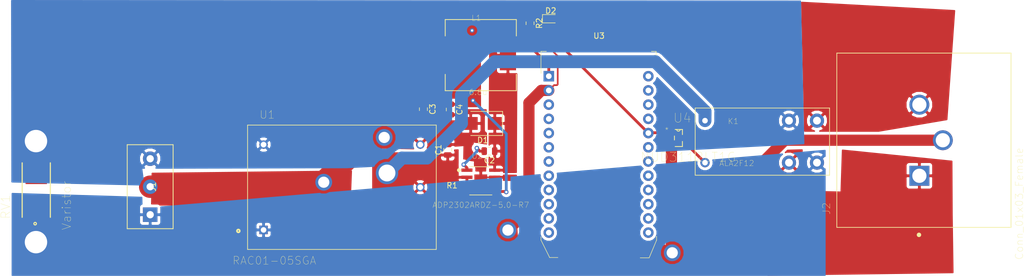
<source format=kicad_pcb>
(kicad_pcb (version 20171130) (host pcbnew "(5.0.2)-1")

  (general
    (thickness 1.6)
    (drawings 0)
    (tracks 69)
    (zones 0)
    (modules 17)
    (nets 35)
  )

  (page A4)
  (layers
    (0 F.Cu signal)
    (31 B.Cu signal)
    (32 B.Adhes user)
    (33 F.Adhes user)
    (34 B.Paste user)
    (35 F.Paste user)
    (36 B.SilkS user)
    (37 F.SilkS user)
    (38 B.Mask user)
    (39 F.Mask user)
    (40 Dwgs.User user)
    (41 Cmts.User user)
    (42 Eco1.User user)
    (43 Eco2.User user)
    (44 Edge.Cuts user)
    (45 Margin user)
    (46 B.CrtYd user)
    (47 F.CrtYd user)
    (48 B.Fab user)
    (49 F.Fab user)
  )

  (setup
    (last_trace_width 4)
    (trace_clearance 0.5)
    (zone_clearance 0.508)
    (zone_45_only no)
    (trace_min 0.2)
    (segment_width 0.2)
    (edge_width 0.15)
    (via_size 0.8)
    (via_drill 0.4)
    (via_min_size 0.4)
    (via_min_drill 0.3)
    (uvia_size 0.3)
    (uvia_drill 0.1)
    (uvias_allowed no)
    (uvia_min_size 0.2)
    (uvia_min_drill 0.1)
    (pcb_text_width 0.3)
    (pcb_text_size 1.5 1.5)
    (mod_edge_width 0.15)
    (mod_text_size 1 1)
    (mod_text_width 0.15)
    (pad_size 1.524 1.524)
    (pad_drill 0.762)
    (pad_to_mask_clearance 0.051)
    (solder_mask_min_width 0.25)
    (aux_axis_origin 0 0)
    (visible_elements 7FFFFFFF)
    (pcbplotparams
      (layerselection 0x010fc_ffffffff)
      (usegerberextensions false)
      (usegerberattributes false)
      (usegerberadvancedattributes false)
      (creategerberjobfile false)
      (excludeedgelayer true)
      (linewidth 0.100000)
      (plotframeref false)
      (viasonmask false)
      (mode 1)
      (useauxorigin false)
      (hpglpennumber 1)
      (hpglpenspeed 20)
      (hpglpendiameter 15.000000)
      (psnegative false)
      (psa4output false)
      (plotreference true)
      (plotvalue true)
      (plotinvisibletext false)
      (padsonsilk false)
      (subtractmaskfromsilk false)
      (outputformat 1)
      (mirror false)
      (drillshape 1)
      (scaleselection 1)
      (outputdirectory ""))
  )

  (net 0 "")
  (net 1 GND)
  (net 2 /12VDC)
  (net 3 "Net-(C2-Pad2)")
  (net 4 "Net-(C2-Pad1)")
  (net 5 /5VDC)
  (net 6 "Net-(D2-Pad1)")
  (net 7 "Net-(D2-Pad2)")
  (net 8 /VAC-)
  (net 9 /VAC+)
  (net 10 "Net-(J2-Pad1)")
  (net 11 "Net-(J2-Pad3)")
  (net 12 "Net-(K1-Pad1)")
  (net 13 "Net-(R1-Pad2)")
  (net 14 "Net-(U3-Pad12)")
  (net 15 "Net-(U3-Pad11)")
  (net 16 "Net-(U3-Pad10)")
  (net 17 "Net-(U3-Pad9)")
  (net 18 "Net-(U3-Pad8)")
  (net 19 "Net-(U3-Pad7)")
  (net 20 "Net-(U3-Pad6)")
  (net 21 "Net-(U3-Pad5)")
  (net 22 "Net-(U3-Pad4)")
  (net 23 "Net-(U3-Pad3)")
  (net 24 "Net-(U3-Pad13)")
  (net 25 "Net-(U3-Pad14)")
  (net 26 "Net-(U3-Pad15)")
  (net 27 "Net-(U3-Pad16)")
  (net 28 "Net-(U3-Pad17)")
  (net 29 "Net-(U3-Pad18)")
  (net 30 "Net-(U3-Pad19)")
  (net 31 "Net-(U3-Pad22)")
  (net 32 "Net-(U3-Pad23)")
  (net 33 "Net-(U3-Pad24)")
  (net 34 "Net-(U2-Pad6)")

  (net_class Default "This is the default net class."
    (clearance 0.5)
    (trace_width 4)
    (via_dia 0.8)
    (via_drill 0.4)
    (uvia_dia 0.3)
    (uvia_drill 0.1)
    (add_net /12VDC)
    (add_net /5VDC)
    (add_net /VAC+)
    (add_net /VAC-)
    (add_net GND)
    (add_net "Net-(C2-Pad1)")
    (add_net "Net-(C2-Pad2)")
    (add_net "Net-(D2-Pad1)")
    (add_net "Net-(D2-Pad2)")
    (add_net "Net-(J2-Pad1)")
    (add_net "Net-(J2-Pad3)")
    (add_net "Net-(K1-Pad1)")
    (add_net "Net-(R1-Pad2)")
    (add_net "Net-(U2-Pad6)")
    (add_net "Net-(U3-Pad10)")
    (add_net "Net-(U3-Pad11)")
    (add_net "Net-(U3-Pad12)")
    (add_net "Net-(U3-Pad13)")
    (add_net "Net-(U3-Pad14)")
    (add_net "Net-(U3-Pad15)")
    (add_net "Net-(U3-Pad16)")
    (add_net "Net-(U3-Pad17)")
    (add_net "Net-(U3-Pad18)")
    (add_net "Net-(U3-Pad19)")
    (add_net "Net-(U3-Pad22)")
    (add_net "Net-(U3-Pad23)")
    (add_net "Net-(U3-Pad24)")
    (add_net "Net-(U3-Pad3)")
    (add_net "Net-(U3-Pad4)")
    (add_net "Net-(U3-Pad5)")
    (add_net "Net-(U3-Pad6)")
    (add_net "Net-(U3-Pad7)")
    (add_net "Net-(U3-Pad8)")
    (add_net "Net-(U3-Pad9)")
  )

  (module term_block_3pos:1985852 (layer F.Cu) (tedit 5CA93C04) (tstamp 5CB6AD16)
    (at 197.15 78.65 90)
    (path /5CA5498D)
    (fp_text reference J1 (at 0 0.5 90) (layer F.SilkS)
      (effects (font (size 1 1) (thickness 0.15)))
    )
    (fp_text value Conn_01x03_Male (at 0 -0.5 90) (layer F.Fab)
      (effects (font (size 1 1) (thickness 0.15)))
    )
    (fp_line (start -7.5 -4.1) (end 7.5 -4.1) (layer F.SilkS) (width 0.15))
    (fp_line (start 7.5 -4.1) (end 7.5 4.1) (layer F.SilkS) (width 0.15))
    (fp_line (start 7.5 4.1) (end -7.5 4.1) (layer F.SilkS) (width 0.15))
    (fp_line (start -7.5 4.1) (end -7.5 -4.1) (layer F.SilkS) (width 0.15))
    (fp_line (start -7.7 -4.3) (end 7.7 -4.3) (layer F.CrtYd) (width 0.15))
    (fp_line (start 7.7 -4.3) (end 7.7 4.3) (layer F.CrtYd) (width 0.15))
    (fp_line (start 7.7 4.3) (end -7.7 4.3) (layer F.CrtYd) (width 0.15))
    (fp_line (start -7.7 4.3) (end -7.7 -4.3) (layer F.CrtYd) (width 0.15))
    (pad 1 thru_hole rect (at -5 0 90) (size 2.6 2.6) (drill 1.3) (layers *.Cu *.Mask)
      (net 9 /VAC+))
    (pad 2 thru_hole circle (at 0 0 90) (size 2.6 2.6) (drill 1.3) (layers *.Cu *.Mask)
      (net 1 GND))
    (pad 3 thru_hole circle (at 5 0 90) (size 2.6 2.6) (drill 1.3) (layers *.Cu *.Mask)
      (net 8 /VAC-))
  )

  (module Capacitor_SMD:C_0805_2012Metric (layer F.Cu) (tedit 5B36C52B) (tstamp 5CCEF4DE)
    (at 250.3 72.05 90)
    (descr "Capacitor SMD 0805 (2012 Metric), square (rectangular) end terminal, IPC_7351 nominal, (Body size source: https://docs.google.com/spreadsheets/d/1BsfQQcO9C6DZCsRaXUlFlo91Tg2WpOkGARC1WS5S8t0/edit?usp=sharing), generated with kicad-footprint-generator")
    (tags capacitor)
    (path /5C6DDE21)
    (attr smd)
    (fp_text reference C1 (at 0 -1.65 90) (layer F.SilkS)
      (effects (font (size 1 1) (thickness 0.15)))
    )
    (fp_text value 10u (at 0 1.65 90) (layer F.Fab)
      (effects (font (size 1 1) (thickness 0.15)))
    )
    (fp_text user %R (at 0 0 90) (layer F.Fab)
      (effects (font (size 0.5 0.5) (thickness 0.08)))
    )
    (fp_line (start 1.68 0.95) (end -1.68 0.95) (layer F.CrtYd) (width 0.05))
    (fp_line (start 1.68 -0.95) (end 1.68 0.95) (layer F.CrtYd) (width 0.05))
    (fp_line (start -1.68 -0.95) (end 1.68 -0.95) (layer F.CrtYd) (width 0.05))
    (fp_line (start -1.68 0.95) (end -1.68 -0.95) (layer F.CrtYd) (width 0.05))
    (fp_line (start -0.258578 0.71) (end 0.258578 0.71) (layer F.SilkS) (width 0.12))
    (fp_line (start -0.258578 -0.71) (end 0.258578 -0.71) (layer F.SilkS) (width 0.12))
    (fp_line (start 1 0.6) (end -1 0.6) (layer F.Fab) (width 0.1))
    (fp_line (start 1 -0.6) (end 1 0.6) (layer F.Fab) (width 0.1))
    (fp_line (start -1 -0.6) (end 1 -0.6) (layer F.Fab) (width 0.1))
    (fp_line (start -1 0.6) (end -1 -0.6) (layer F.Fab) (width 0.1))
    (pad 2 smd roundrect (at 0.9375 0 90) (size 0.975 1.4) (layers F.Cu F.Paste F.Mask) (roundrect_rratio 0.25)
      (net 1 GND))
    (pad 1 smd roundrect (at -0.9375 0 90) (size 0.975 1.4) (layers F.Cu F.Paste F.Mask) (roundrect_rratio 0.25)
      (net 2 /12VDC))
    (model ${KISYS3DMOD}/Capacitor_SMD.3dshapes/C_0805_2012Metric.wrl
      (at (xyz 0 0 0))
      (scale (xyz 1 1 1))
      (rotate (xyz 0 0 0))
    )
  )

  (module Capacitor_SMD:C_0805_2012Metric (layer F.Cu) (tedit 5B36C52B) (tstamp 5CCEF4EF)
    (at 257.75 72.3 180)
    (descr "Capacitor SMD 0805 (2012 Metric), square (rectangular) end terminal, IPC_7351 nominal, (Body size source: https://docs.google.com/spreadsheets/d/1BsfQQcO9C6DZCsRaXUlFlo91Tg2WpOkGARC1WS5S8t0/edit?usp=sharing), generated with kicad-footprint-generator")
    (tags capacitor)
    (path /5C6DDF1F)
    (attr smd)
    (fp_text reference C2 (at 0 -1.65 180) (layer F.SilkS)
      (effects (font (size 1 1) (thickness 0.15)))
    )
    (fp_text value 0.1u (at 0 1.65 180) (layer F.Fab)
      (effects (font (size 1 1) (thickness 0.15)))
    )
    (fp_text user %R (at 0 0 180) (layer F.Fab)
      (effects (font (size 0.5 0.5) (thickness 0.08)))
    )
    (fp_line (start 1.68 0.95) (end -1.68 0.95) (layer F.CrtYd) (width 0.05))
    (fp_line (start 1.68 -0.95) (end 1.68 0.95) (layer F.CrtYd) (width 0.05))
    (fp_line (start -1.68 -0.95) (end 1.68 -0.95) (layer F.CrtYd) (width 0.05))
    (fp_line (start -1.68 0.95) (end -1.68 -0.95) (layer F.CrtYd) (width 0.05))
    (fp_line (start -0.258578 0.71) (end 0.258578 0.71) (layer F.SilkS) (width 0.12))
    (fp_line (start -0.258578 -0.71) (end 0.258578 -0.71) (layer F.SilkS) (width 0.12))
    (fp_line (start 1 0.6) (end -1 0.6) (layer F.Fab) (width 0.1))
    (fp_line (start 1 -0.6) (end 1 0.6) (layer F.Fab) (width 0.1))
    (fp_line (start -1 -0.6) (end 1 -0.6) (layer F.Fab) (width 0.1))
    (fp_line (start -1 0.6) (end -1 -0.6) (layer F.Fab) (width 0.1))
    (pad 2 smd roundrect (at 0.9375 0 180) (size 0.975 1.4) (layers F.Cu F.Paste F.Mask) (roundrect_rratio 0.25)
      (net 3 "Net-(C2-Pad2)"))
    (pad 1 smd roundrect (at -0.9375 0 180) (size 0.975 1.4) (layers F.Cu F.Paste F.Mask) (roundrect_rratio 0.25)
      (net 4 "Net-(C2-Pad1)"))
    (model ${KISYS3DMOD}/Capacitor_SMD.3dshapes/C_0805_2012Metric.wrl
      (at (xyz 0 0 0))
      (scale (xyz 1 1 1))
      (rotate (xyz 0 0 0))
    )
  )

  (module Capacitor_SMD:C_0805_2012Metric (layer F.Cu) (tedit 5B36C52B) (tstamp 5CCEF500)
    (at 245.95 64.8 270)
    (descr "Capacitor SMD 0805 (2012 Metric), square (rectangular) end terminal, IPC_7351 nominal, (Body size source: https://docs.google.com/spreadsheets/d/1BsfQQcO9C6DZCsRaXUlFlo91Tg2WpOkGARC1WS5S8t0/edit?usp=sharing), generated with kicad-footprint-generator")
    (tags capacitor)
    (path /5C6DDE69)
    (attr smd)
    (fp_text reference C3 (at 0 -1.65 270) (layer F.SilkS)
      (effects (font (size 1 1) (thickness 0.15)))
    )
    (fp_text value 22u (at 0 1.65 270) (layer F.Fab)
      (effects (font (size 1 1) (thickness 0.15)))
    )
    (fp_line (start -1 0.6) (end -1 -0.6) (layer F.Fab) (width 0.1))
    (fp_line (start -1 -0.6) (end 1 -0.6) (layer F.Fab) (width 0.1))
    (fp_line (start 1 -0.6) (end 1 0.6) (layer F.Fab) (width 0.1))
    (fp_line (start 1 0.6) (end -1 0.6) (layer F.Fab) (width 0.1))
    (fp_line (start -0.258578 -0.71) (end 0.258578 -0.71) (layer F.SilkS) (width 0.12))
    (fp_line (start -0.258578 0.71) (end 0.258578 0.71) (layer F.SilkS) (width 0.12))
    (fp_line (start -1.68 0.95) (end -1.68 -0.95) (layer F.CrtYd) (width 0.05))
    (fp_line (start -1.68 -0.95) (end 1.68 -0.95) (layer F.CrtYd) (width 0.05))
    (fp_line (start 1.68 -0.95) (end 1.68 0.95) (layer F.CrtYd) (width 0.05))
    (fp_line (start 1.68 0.95) (end -1.68 0.95) (layer F.CrtYd) (width 0.05))
    (fp_text user %R (at 0 0 270) (layer F.Fab)
      (effects (font (size 0.5 0.5) (thickness 0.08)))
    )
    (pad 1 smd roundrect (at -0.9375 0 270) (size 0.975 1.4) (layers F.Cu F.Paste F.Mask) (roundrect_rratio 0.25)
      (net 5 /5VDC))
    (pad 2 smd roundrect (at 0.9375 0 270) (size 0.975 1.4) (layers F.Cu F.Paste F.Mask) (roundrect_rratio 0.25)
      (net 1 GND))
    (model ${KISYS3DMOD}/Capacitor_SMD.3dshapes/C_0805_2012Metric.wrl
      (at (xyz 0 0 0))
      (scale (xyz 1 1 1))
      (rotate (xyz 0 0 0))
    )
  )

  (module Capacitor_SMD:C_0805_2012Metric (layer F.Cu) (tedit 5B36C52B) (tstamp 5CCEF511)
    (at 250.75 64.8625 270)
    (descr "Capacitor SMD 0805 (2012 Metric), square (rectangular) end terminal, IPC_7351 nominal, (Body size source: https://docs.google.com/spreadsheets/d/1BsfQQcO9C6DZCsRaXUlFlo91Tg2WpOkGARC1WS5S8t0/edit?usp=sharing), generated with kicad-footprint-generator")
    (tags capacitor)
    (path /5C6DDEB1)
    (attr smd)
    (fp_text reference C4 (at 0 -1.65 270) (layer F.SilkS)
      (effects (font (size 1 1) (thickness 0.15)))
    )
    (fp_text value 22u (at 0 1.65 270) (layer F.Fab)
      (effects (font (size 1 1) (thickness 0.15)))
    )
    (fp_line (start -1 0.6) (end -1 -0.6) (layer F.Fab) (width 0.1))
    (fp_line (start -1 -0.6) (end 1 -0.6) (layer F.Fab) (width 0.1))
    (fp_line (start 1 -0.6) (end 1 0.6) (layer F.Fab) (width 0.1))
    (fp_line (start 1 0.6) (end -1 0.6) (layer F.Fab) (width 0.1))
    (fp_line (start -0.258578 -0.71) (end 0.258578 -0.71) (layer F.SilkS) (width 0.12))
    (fp_line (start -0.258578 0.71) (end 0.258578 0.71) (layer F.SilkS) (width 0.12))
    (fp_line (start -1.68 0.95) (end -1.68 -0.95) (layer F.CrtYd) (width 0.05))
    (fp_line (start -1.68 -0.95) (end 1.68 -0.95) (layer F.CrtYd) (width 0.05))
    (fp_line (start 1.68 -0.95) (end 1.68 0.95) (layer F.CrtYd) (width 0.05))
    (fp_line (start 1.68 0.95) (end -1.68 0.95) (layer F.CrtYd) (width 0.05))
    (fp_text user %R (at 0 0 270) (layer F.Fab)
      (effects (font (size 0.5 0.5) (thickness 0.08)))
    )
    (pad 1 smd roundrect (at -0.9375 0 270) (size 0.975 1.4) (layers F.Cu F.Paste F.Mask) (roundrect_rratio 0.25)
      (net 5 /5VDC))
    (pad 2 smd roundrect (at 0.9375 0 270) (size 0.975 1.4) (layers F.Cu F.Paste F.Mask) (roundrect_rratio 0.25)
      (net 1 GND))
    (model ${KISYS3DMOD}/Capacitor_SMD.3dshapes/C_0805_2012Metric.wrl
      (at (xyz 0 0 0))
      (scale (xyz 1 1 1))
      (rotate (xyz 0 0 0))
    )
  )

  (module Diode_SMD:D_SMB (layer F.Cu) (tedit 58645DF3) (tstamp 5CCEF529)
    (at 256.55 67.35 180)
    (descr "Diode SMB (DO-214AA)")
    (tags "Diode SMB (DO-214AA)")
    (path /5C6DE7EA)
    (attr smd)
    (fp_text reference D1 (at 0 -3 180) (layer F.SilkS)
      (effects (font (size 1 1) (thickness 0.15)))
    )
    (fp_text value D_Schottky (at 0 3.1 180) (layer F.Fab)
      (effects (font (size 1 1) (thickness 0.15)))
    )
    (fp_text user %R (at 0 -3 180) (layer F.Fab)
      (effects (font (size 1 1) (thickness 0.15)))
    )
    (fp_line (start -3.55 -2.15) (end -3.55 2.15) (layer F.SilkS) (width 0.12))
    (fp_line (start 2.3 2) (end -2.3 2) (layer F.Fab) (width 0.1))
    (fp_line (start -2.3 2) (end -2.3 -2) (layer F.Fab) (width 0.1))
    (fp_line (start 2.3 -2) (end 2.3 2) (layer F.Fab) (width 0.1))
    (fp_line (start 2.3 -2) (end -2.3 -2) (layer F.Fab) (width 0.1))
    (fp_line (start -3.65 -2.25) (end 3.65 -2.25) (layer F.CrtYd) (width 0.05))
    (fp_line (start 3.65 -2.25) (end 3.65 2.25) (layer F.CrtYd) (width 0.05))
    (fp_line (start 3.65 2.25) (end -3.65 2.25) (layer F.CrtYd) (width 0.05))
    (fp_line (start -3.65 2.25) (end -3.65 -2.25) (layer F.CrtYd) (width 0.05))
    (fp_line (start -0.64944 0.00102) (end -1.55114 0.00102) (layer F.Fab) (width 0.1))
    (fp_line (start 0.50118 0.00102) (end 1.4994 0.00102) (layer F.Fab) (width 0.1))
    (fp_line (start -0.64944 -0.79908) (end -0.64944 0.80112) (layer F.Fab) (width 0.1))
    (fp_line (start 0.50118 0.75032) (end 0.50118 -0.79908) (layer F.Fab) (width 0.1))
    (fp_line (start -0.64944 0.00102) (end 0.50118 0.75032) (layer F.Fab) (width 0.1))
    (fp_line (start -0.64944 0.00102) (end 0.50118 -0.79908) (layer F.Fab) (width 0.1))
    (fp_line (start -3.55 2.15) (end 2.15 2.15) (layer F.SilkS) (width 0.12))
    (fp_line (start -3.55 -2.15) (end 2.15 -2.15) (layer F.SilkS) (width 0.12))
    (pad 1 smd rect (at -2.15 0 180) (size 2.5 2.3) (layers F.Cu F.Paste F.Mask)
      (net 4 "Net-(C2-Pad1)"))
    (pad 2 smd rect (at 2.15 0 180) (size 2.5 2.3) (layers F.Cu F.Paste F.Mask)
      (net 1 GND))
    (model ${KISYS3DMOD}/Diode_SMD.3dshapes/D_SMB.wrl
      (at (xyz 0 0 0))
      (scale (xyz 1 1 1))
      (rotate (xyz 0 0 0))
    )
  )

  (module LED_SMD:LED_0603_1608Metric (layer F.Cu) (tedit 5B301BBE) (tstamp 5CCEF53C)
    (at 268.7 48.65)
    (descr "LED SMD 0603 (1608 Metric), square (rectangular) end terminal, IPC_7351 nominal, (Body size source: http://www.tortai-tech.com/upload/download/2011102023233369053.pdf), generated with kicad-footprint-generator")
    (tags diode)
    (path /5CA2FB4F)
    (attr smd)
    (fp_text reference D2 (at 0 -1.43) (layer F.SilkS)
      (effects (font (size 1 1) (thickness 0.15)))
    )
    (fp_text value LED (at 0 1.43) (layer F.Fab)
      (effects (font (size 1 1) (thickness 0.15)))
    )
    (fp_line (start 0.8 -0.4) (end -0.5 -0.4) (layer F.Fab) (width 0.1))
    (fp_line (start -0.5 -0.4) (end -0.8 -0.1) (layer F.Fab) (width 0.1))
    (fp_line (start -0.8 -0.1) (end -0.8 0.4) (layer F.Fab) (width 0.1))
    (fp_line (start -0.8 0.4) (end 0.8 0.4) (layer F.Fab) (width 0.1))
    (fp_line (start 0.8 0.4) (end 0.8 -0.4) (layer F.Fab) (width 0.1))
    (fp_line (start 0.8 -0.735) (end -1.485 -0.735) (layer F.SilkS) (width 0.12))
    (fp_line (start -1.485 -0.735) (end -1.485 0.735) (layer F.SilkS) (width 0.12))
    (fp_line (start -1.485 0.735) (end 0.8 0.735) (layer F.SilkS) (width 0.12))
    (fp_line (start -1.48 0.73) (end -1.48 -0.73) (layer F.CrtYd) (width 0.05))
    (fp_line (start -1.48 -0.73) (end 1.48 -0.73) (layer F.CrtYd) (width 0.05))
    (fp_line (start 1.48 -0.73) (end 1.48 0.73) (layer F.CrtYd) (width 0.05))
    (fp_line (start 1.48 0.73) (end -1.48 0.73) (layer F.CrtYd) (width 0.05))
    (fp_text user %R (at 0 0) (layer F.Fab)
      (effects (font (size 0.4 0.4) (thickness 0.06)))
    )
    (pad 1 smd roundrect (at -0.7875 0) (size 0.875 0.95) (layers F.Cu F.Paste F.Mask) (roundrect_rratio 0.25)
      (net 6 "Net-(D2-Pad1)"))
    (pad 2 smd roundrect (at 0.7875 0) (size 0.875 0.95) (layers F.Cu F.Paste F.Mask) (roundrect_rratio 0.25)
      (net 7 "Net-(D2-Pad2)"))
    (model ${KISYS3DMOD}/LED_SMD.3dshapes/LED_0603_1608Metric.wrl
      (at (xyz 0 0 0))
      (scale (xyz 1 1 1))
      (rotate (xyz 0 0 0))
    )
  )

  (module female_plug_new:TE_3-213598-2-new (layer F.Cu) (tedit 5CA5336F) (tstamp 5CCEF564)
    (at 335.35 70.35 90)
    (path /5C93E3AE)
    (fp_text reference J2 (at -12.2056 -17.4005 90) (layer F.SilkS)
      (effects (font (size 1.32005 1.32005) (thickness 0.05)))
    )
    (fp_text value Conn_01x03_Female (at -11.3413 17.0387 90) (layer F.SilkS)
      (effects (font (size 1.32204 1.32204) (thickness 0.05)))
    )
    (fp_line (start -15.56 -15.56) (end -15.56 15.56) (layer F.SilkS) (width 0.127))
    (fp_line (start -15.56 15.56) (end 15.56 15.56) (layer F.SilkS) (width 0.127))
    (fp_line (start 15.56 15.56) (end 15.56 -15.56) (layer F.SilkS) (width 0.127))
    (fp_line (start 15.56 -15.56) (end -15.56 -15.56) (layer F.SilkS) (width 0.127))
    (fp_line (start -15.81 -15.81) (end -15.81 15.81) (layer Eco1.User) (width 0.05))
    (fp_line (start -15.81 15.81) (end 15.81 15.81) (layer Eco1.User) (width 0.05))
    (fp_line (start 15.81 15.81) (end 15.81 -15.81) (layer Eco1.User) (width 0.05))
    (fp_line (start 15.81 -15.81) (end -15.81 -15.81) (layer Eco1.User) (width 0.05))
    (fp_circle (center -16.9 -0.88) (end -16.7 -0.88) (layer F.SilkS) (width 0.4))
    (fp_line (start -15.56 -15.56) (end -15.56 15.56) (layer Eco2.User) (width 0.127))
    (fp_line (start -15.56 15.56) (end 15.56 15.56) (layer Eco2.User) (width 0.127))
    (fp_line (start 15.56 15.56) (end 15.56 -15.56) (layer Eco2.User) (width 0.127))
    (fp_line (start 15.56 -15.56) (end -15.56 -15.56) (layer Eco2.User) (width 0.127))
    (pad 1 thru_hole rect (at -6.35 -0.81 90) (size 3.556 3.556) (drill 2.54) (layers *.Cu *.Mask)
      (net 10 "Net-(J2-Pad1)"))
    (pad 3 thru_hole circle (at 6.35 -0.81 90) (size 3.556 3.556) (drill 2.54) (layers *.Cu *.Mask)
      (net 11 "Net-(J2-Pad3)"))
    (pad 2 thru_hole circle (at 0 3.38 90) (size 3.556 3.556) (drill 2.54) (layers *.Cu *.Mask)
      (net 1 GND))
  )

  (module ALA2F12_changed:ALA2F12-pins_changed (layer F.Cu) (tedit 5CA530A5) (tstamp 5CCEF584)
    (at 306.5 70.6)
    (path /5C9402BB)
    (fp_text reference K1 (at -5.21236 -3.63665) (layer F.SilkS)
      (effects (font (size 1.00046 1.00046) (thickness 0.05)))
    )
    (fp_text value ALA2F12 (at -4.57845 3.8679) (layer F.SilkS)
      (effects (font (size 1.00075 1.00075) (thickness 0.05)))
    )
    (fp_line (start -12 6) (end 12 6) (layer F.SilkS) (width 0.127))
    (fp_line (start 12 6) (end 12 -6) (layer F.SilkS) (width 0.127))
    (fp_line (start 12 -6) (end -12 -6) (layer F.SilkS) (width 0.127))
    (fp_line (start -12 -6) (end -12 6) (layer F.SilkS) (width 0.127))
    (fp_line (start 4.75 -3.75) (end 4.75 -1.75) (layer Eco2.User) (width 0.127))
    (fp_line (start 4.75 -1.75) (end 9.75 -1) (layer Eco2.User) (width 0.127))
    (fp_line (start 4.75 3.75) (end 4.75 1.75) (layer Eco2.User) (width 0.127))
    (fp_line (start 4.75 1.75) (end 9.75 0.75) (layer Eco2.User) (width 0.127))
    (fp_line (start 9.75 3.75) (end 9.75 1.25) (layer Eco2.User) (width 0.127))
    (fp_line (start 9.75 1.25) (end 9.5 1.75) (layer Eco2.User) (width 0.127))
    (fp_line (start 9.75 1.25) (end 10 1.75) (layer Eco2.User) (width 0.127))
    (fp_line (start 9.75 -3.75) (end 9.75 -1.5) (layer Eco2.User) (width 0.127))
    (fp_line (start 9.75 -1.5) (end 9.5 -2) (layer Eco2.User) (width 0.127))
    (fp_line (start 9.75 -1.5) (end 10 -2) (layer Eco2.User) (width 0.127))
    (fp_line (start -10.25 -3.75) (end -10.25 -1.5) (layer Eco2.User) (width 0.127))
    (fp_line (start -10.25 -1.5) (end -11.25 -1.5) (layer Eco2.User) (width 0.127))
    (fp_line (start -11.25 -1.5) (end -11.25 1.25) (layer Eco2.User) (width 0.127))
    (fp_line (start -11.25 1.25) (end -10.25 1.25) (layer Eco2.User) (width 0.127))
    (fp_line (start -10.25 1.25) (end -9.25 1.25) (layer Eco2.User) (width 0.127))
    (fp_line (start -9.25 1.25) (end -9.25 -1.5) (layer Eco2.User) (width 0.127))
    (fp_line (start -9.25 -1.5) (end -10.25 -1.5) (layer Eco2.User) (width 0.127))
    (fp_line (start -10.25 3.75) (end -10.25 1.25) (layer Eco2.User) (width 0.127))
    (pad 1 thru_hole circle (at -10.25 3.75) (size 1.6764 1.6764) (drill 1) (layers *.Cu *.Mask)
      (net 12 "Net-(K1-Pad1)"))
    (pad 2 thru_hole circle (at -10.25 -3.75) (size 1.6764 1.6764) (drill 1) (layers *.Cu *.Mask)
      (net 2 /12VDC))
    (pad 3 thru_hole circle (at 9.75 3.75) (size 2.54 2.54) (drill 1.4) (layers *.Cu *.Mask)
      (net 9 /VAC+))
    (pad 4 thru_hole circle (at 4.75 3.75) (size 2.54 2.54) (drill 1.4) (layers *.Cu *.Mask)
      (net 10 "Net-(J2-Pad1)"))
    (pad 5 thru_hole circle (at 4.75 -3.75) (size 2.54 2.54) (drill 1.4) (layers *.Cu *.Mask)
      (net 8 /VAC-))
    (pad 6 thru_hole circle (at 9.75 -3.75) (size 2.54 2.54) (drill 1.4) (layers *.Cu *.Mask)
      (net 11 "Net-(J2-Pad3)"))
  )

  (module usb_charger:IND_SRR1240-6R8M (layer F.Cu) (tedit 5C709B35) (tstamp 5CCEF59A)
    (at 256.2 55.15)
    (path /5C6DE73A)
    (attr smd)
    (fp_text reference L1 (at -0.81028 -6.63729) (layer F.SilkS)
      (effects (font (size 1.00035 1.00035) (thickness 0.05)))
    )
    (fp_text value 6.8u (at -0.475755 6.62547) (layer F.SilkS)
      (effects (font (size 1.00158 1.00158) (thickness 0.05)))
    )
    (fp_line (start -5 1.7) (end -5 -1.7) (layer Eco2.User) (width 0.127))
    (fp_line (start -5.65 1.9) (end -5.65 -1.9) (layer Eco1.User) (width 0.05))
    (fp_line (start -6.2484 -6.2484) (end 6.2484 -6.2484) (layer F.Fab) (width 0.15))
    (fp_line (start 6.2484 -6.2484) (end 6.2484 6.2484) (layer F.Fab) (width 0.15))
    (fp_line (start 6.2484 6.2484) (end -6.2484 6.2484) (layer F.Fab) (width 0.15))
    (fp_line (start -6.2484 6.2484) (end -6.2484 -6.2484) (layer F.Fab) (width 0.15))
    (fp_line (start -6.35 -3.429) (end -6.35 -6.35) (layer F.SilkS) (width 0.15))
    (fp_line (start -6.35 -6.35) (end 6.35 -6.35) (layer F.SilkS) (width 0.15))
    (fp_line (start 6.35 -6.35) (end 6.35 -3.429) (layer F.SilkS) (width 0.15))
    (fp_line (start 6.35 6.35) (end -6.35 6.35) (layer F.SilkS) (width 0.15))
    (fp_line (start 6.35 6.35) (end 6.35 3.429) (layer F.SilkS) (width 0.15))
    (fp_line (start -6.35 3.429) (end -6.35 6.35) (layer F.SilkS) (width 0.15))
    (fp_line (start -6.985 6.985) (end 6.985 6.985) (layer F.CrtYd) (width 0.15))
    (fp_line (start -6.985 -6.985) (end -6.985 6.985) (layer F.CrtYd) (width 0.15))
    (fp_line (start 6.985 6.985) (end 6.985 -6.985) (layer F.CrtYd) (width 0.15))
    (fp_line (start -6.985 -6.985) (end 6.985 -6.985) (layer F.CrtYd) (width 0.15))
    (pad 1 smd rect (at -4.8514 0 90) (size 5.4102 2.8956) (layers F.Cu F.Paste F.Mask)
      (net 5 /5VDC))
    (pad 2 smd rect (at 4.8514 0 90) (size 5.4102 2.8956) (layers F.Cu F.Paste F.Mask)
      (net 4 "Net-(C2-Pad1)"))
  )

  (module Resistor_SMD:R_0402_1005Metric (layer F.Cu) (tedit 5B301BBD) (tstamp 5CCEF5A9)
    (at 251.065 79.6)
    (descr "Resistor SMD 0402 (1005 Metric), square (rectangular) end terminal, IPC_7351 nominal, (Body size source: http://www.tortai-tech.com/upload/download/2011102023233369053.pdf), generated with kicad-footprint-generator")
    (tags resistor)
    (path /5C6DEF30)
    (attr smd)
    (fp_text reference R1 (at 0 -1.17) (layer F.SilkS)
      (effects (font (size 1 1) (thickness 0.15)))
    )
    (fp_text value 100k (at 0 1.17) (layer F.Fab)
      (effects (font (size 1 1) (thickness 0.15)))
    )
    (fp_line (start -0.5 0.25) (end -0.5 -0.25) (layer F.Fab) (width 0.1))
    (fp_line (start -0.5 -0.25) (end 0.5 -0.25) (layer F.Fab) (width 0.1))
    (fp_line (start 0.5 -0.25) (end 0.5 0.25) (layer F.Fab) (width 0.1))
    (fp_line (start 0.5 0.25) (end -0.5 0.25) (layer F.Fab) (width 0.1))
    (fp_line (start -0.93 0.47) (end -0.93 -0.47) (layer F.CrtYd) (width 0.05))
    (fp_line (start -0.93 -0.47) (end 0.93 -0.47) (layer F.CrtYd) (width 0.05))
    (fp_line (start 0.93 -0.47) (end 0.93 0.47) (layer F.CrtYd) (width 0.05))
    (fp_line (start 0.93 0.47) (end -0.93 0.47) (layer F.CrtYd) (width 0.05))
    (fp_text user %R (at 0 0) (layer F.Fab)
      (effects (font (size 0.25 0.25) (thickness 0.04)))
    )
    (pad 1 smd roundrect (at -0.485 0) (size 0.59 0.64) (layers F.Cu F.Paste F.Mask) (roundrect_rratio 0.25)
      (net 2 /12VDC))
    (pad 2 smd roundrect (at 0.485 0) (size 0.59 0.64) (layers F.Cu F.Paste F.Mask) (roundrect_rratio 0.25)
      (net 13 "Net-(R1-Pad2)"))
    (model ${KISYS3DMOD}/Resistor_SMD.3dshapes/R_0402_1005Metric.wrl
      (at (xyz 0 0 0))
      (scale (xyz 1 1 1))
      (rotate (xyz 0 0 0))
    )
  )

  (module Resistor_SMD:R_0805_2012Metric (layer F.Cu) (tedit 5B36C52B) (tstamp 5CCEF5BA)
    (at 265 49.45 270)
    (descr "Resistor SMD 0805 (2012 Metric), square (rectangular) end terminal, IPC_7351 nominal, (Body size source: https://docs.google.com/spreadsheets/d/1BsfQQcO9C6DZCsRaXUlFlo91Tg2WpOkGARC1WS5S8t0/edit?usp=sharing), generated with kicad-footprint-generator")
    (tags resistor)
    (path /5CA346F7)
    (attr smd)
    (fp_text reference R2 (at 0 -1.65 270) (layer F.SilkS)
      (effects (font (size 1 1) (thickness 0.15)))
    )
    (fp_text value R (at 0 1.65 270) (layer F.Fab)
      (effects (font (size 1 1) (thickness 0.15)))
    )
    (fp_line (start -1 0.6) (end -1 -0.6) (layer F.Fab) (width 0.1))
    (fp_line (start -1 -0.6) (end 1 -0.6) (layer F.Fab) (width 0.1))
    (fp_line (start 1 -0.6) (end 1 0.6) (layer F.Fab) (width 0.1))
    (fp_line (start 1 0.6) (end -1 0.6) (layer F.Fab) (width 0.1))
    (fp_line (start -0.258578 -0.71) (end 0.258578 -0.71) (layer F.SilkS) (width 0.12))
    (fp_line (start -0.258578 0.71) (end 0.258578 0.71) (layer F.SilkS) (width 0.12))
    (fp_line (start -1.68 0.95) (end -1.68 -0.95) (layer F.CrtYd) (width 0.05))
    (fp_line (start -1.68 -0.95) (end 1.68 -0.95) (layer F.CrtYd) (width 0.05))
    (fp_line (start 1.68 -0.95) (end 1.68 0.95) (layer F.CrtYd) (width 0.05))
    (fp_line (start 1.68 0.95) (end -1.68 0.95) (layer F.CrtYd) (width 0.05))
    (fp_text user %R (at 0 0 270) (layer F.Fab)
      (effects (font (size 0.5 0.5) (thickness 0.08)))
    )
    (pad 1 smd roundrect (at -0.9375 0 270) (size 0.975 1.4) (layers F.Cu F.Paste F.Mask) (roundrect_rratio 0.25)
      (net 6 "Net-(D2-Pad1)"))
    (pad 2 smd roundrect (at 0.9375 0 270) (size 0.975 1.4) (layers F.Cu F.Paste F.Mask) (roundrect_rratio 0.25)
      (net 1 GND))
    (model ${KISYS3DMOD}/Resistor_SMD.3dshapes/R_0805_2012Metric.wrl
      (at (xyz 0 0 0))
      (scale (xyz 1 1 1))
      (rotate (xyz 0 0 0))
    )
  )

  (module FUSE_0154004.DR:FUSE_0154004.DR (layer F.Cu) (tedit 0) (tstamp 5CCEF5C9)
    (at 176.8 79.25 90)
    (path /5CA44C84)
    (attr smd)
    (fp_text reference RV1 (at -2.99811 -5.47034 90) (layer F.SilkS)
      (effects (font (size 1.56967 1.56967) (thickness 0.05)))
    )
    (fp_text value Varistor (at -2.73539 5.41624 90) (layer F.SilkS)
      (effects (font (size 1.54079 1.54079) (thickness 0.05)))
    )
    (fp_line (start -4.863 -2.515) (end 4.863 -2.515) (layer F.SilkS) (width 0.2))
    (fp_line (start 4.863 -2.515) (end 4.863 2.515) (layer Eco2.User) (width 0.2))
    (fp_line (start 4.863 2.515) (end -4.863 2.515) (layer F.SilkS) (width 0.2))
    (fp_line (start -4.863 2.515) (end -4.863 -2.515) (layer Eco2.User) (width 0.2))
    (fp_line (start -5.55 -2.8) (end 5.55 -2.8) (layer Eco1.User) (width 0.05))
    (fp_line (start 5.55 -2.8) (end 5.55 2.8) (layer Eco1.User) (width 0.05))
    (fp_line (start 5.55 2.8) (end -5.55 2.8) (layer Eco1.User) (width 0.05))
    (fp_line (start -5.55 2.8) (end -5.55 -2.8) (layer Eco1.User) (width 0.05))
    (fp_circle (center -6 -0.2) (end -5.77639 -0.2) (layer F.SilkS) (width 0.2))
    (pad 1 smd rect (at -3.19 0 90) (size 4.24 3.81) (layers F.Cu F.Paste F.Mask)
      (net 9 /VAC+))
    (pad 2 smd rect (at 3.19 0 90) (size 4.24 3.81) (layers F.Cu F.Paste F.Mask)
      (net 8 /VAC-))
  )

  (module RAC01-05SGA:CONV_RAC01-05SGA (layer F.Cu) (tedit 0) (tstamp 5CCEF5DE)
    (at 231.4 78.75)
    (path /5C93137A)
    (fp_text reference U1 (at -13.3527 -12.9712) (layer F.SilkS)
      (effects (font (size 1.40185 1.40185) (thickness 0.05)))
    )
    (fp_text value RAC01-05SGA (at -12.0786 13.0957) (layer F.SilkS)
      (effects (font (size 1.40157 1.40157) (thickness 0.05)))
    )
    (fp_line (start -16.85 -11.1) (end 16.85 -11.1) (layer Eco2.User) (width 0.127))
    (fp_line (start 16.85 -11.1) (end 16.85 11.1) (layer Eco2.User) (width 0.127))
    (fp_line (start 16.85 11.1) (end -16.85 11.1) (layer Eco2.User) (width 0.127))
    (fp_line (start -16.85 11.1) (end -16.85 -11.1) (layer Eco2.User) (width 0.127))
    (fp_line (start -16.85 -11.1) (end 16.85 -11.1) (layer F.SilkS) (width 0.127))
    (fp_line (start -16.85 11.1) (end -16.85 -11.1) (layer F.SilkS) (width 0.127))
    (fp_line (start 16.85 -11.1) (end 16.85 11.1) (layer F.SilkS) (width 0.127))
    (fp_line (start 16.85 11.1) (end -16.85 11.1) (layer F.SilkS) (width 0.127))
    (fp_circle (center -18.5 7.8) (end -18.4 7.8) (layer F.SilkS) (width 0.3))
    (fp_line (start -17.1 -11.35) (end 17.1 -11.35) (layer Eco1.User) (width 0.05))
    (fp_line (start 17.1 -11.35) (end 17.1 11.35) (layer Eco1.User) (width 0.05))
    (fp_line (start 17.1 11.35) (end -17.1 11.35) (layer Eco1.User) (width 0.05))
    (fp_line (start -17.1 11.35) (end -17.1 -11.35) (layer Eco1.User) (width 0.05))
    (pad 2 thru_hole circle (at -14 -7.62) (size 1.508 1.508) (drill 1) (layers *.Cu *.Mask)
      (net 8 /VAC-))
    (pad 1 thru_hole rect (at -14 7.62) (size 1.508 1.508) (drill 1) (layers *.Cu *.Mask)
      (net 9 /VAC+))
    (pad 3 thru_hole circle (at 14 -7.62) (size 1.508 1.508) (drill 1) (layers *.Cu *.Mask)
      (net 1 GND))
    (pad 4 thru_hole circle (at 14 0) (size 1.508 1.508) (drill 1) (layers *.Cu *.Mask)
      (net 2 /12VDC))
  )

  (module SOIC127P600X175-9N:SOIC127P600X175-9N (layer F.Cu) (tedit 0) (tstamp 5CCEF603)
    (at 256.2 77.6)
    (path /5C6DDC02)
    (attr smd)
    (fp_text reference U2 (at -0.635 -4.445) (layer F.SilkS)
      (effects (font (size 1 1) (thickness 0.05)))
    )
    (fp_text value ADP2302ARDZ-5.0-R7 (at 0 4.318) (layer F.SilkS)
      (effects (font (size 1 1) (thickness 0.05)))
    )
    (fp_line (start 2 -2.5) (end -2 -2.5) (layer Eco2.User) (width 0.127))
    (fp_line (start -2 -2.5) (end -2 2.5) (layer Eco2.User) (width 0.127))
    (fp_line (start -2 2.5) (end 2 2.5) (layer Eco2.User) (width 0.127))
    (fp_line (start 2 2.5) (end 2 -2.5) (layer Eco2.User) (width 0.127))
    (fp_line (start 2 -2.519) (end -2 -2.519) (layer F.SilkS) (width 0.127))
    (fp_line (start 2 2.519) (end -2 2.519) (layer F.SilkS) (width 0.127))
    (fp_line (start 2.25 -2.75) (end -2.25 -2.75) (layer Eco1.User) (width 0.05))
    (fp_line (start -2.25 -2.75) (end -2.25 -2.46) (layer Eco1.User) (width 0.05))
    (fp_line (start -2.25 -2.46) (end -3.71 -2.46) (layer Eco1.User) (width 0.05))
    (fp_line (start -3.71 -2.46) (end -3.71 2.46) (layer Eco1.User) (width 0.05))
    (fp_line (start -3.71 2.46) (end -2.25 2.46) (layer Eco1.User) (width 0.05))
    (fp_line (start -2.25 2.46) (end -2.25 2.75) (layer Eco1.User) (width 0.05))
    (fp_line (start -2.25 2.75) (end 2.25 2.75) (layer Eco1.User) (width 0.05))
    (fp_line (start 2.25 2.75) (end 2.25 2.46) (layer Eco1.User) (width 0.05))
    (fp_line (start 2.25 2.46) (end 3.71 2.46) (layer Eco1.User) (width 0.05))
    (fp_line (start 3.71 2.46) (end 3.71 -2.46) (layer Eco1.User) (width 0.05))
    (fp_line (start 3.71 -2.46) (end 2.25 -2.46) (layer Eco1.User) (width 0.05))
    (fp_line (start 2.25 -2.46) (end 2.25 -2.75) (layer Eco1.User) (width 0.05))
    (fp_circle (center -3.9 -1.905) (end -3.85 -1.905) (layer Eco2.User) (width 0.3))
    (fp_circle (center -3.9 -1.905) (end -3.85 -1.905) (layer F.SilkS) (width 0.3))
    (fp_poly (pts (xy -0.92 -0.92) (xy -0.11 -0.92) (xy -0.11 -0.11) (xy -0.92 -0.11)) (layer F.Paste) (width 0))
    (fp_poly (pts (xy 0.11 -0.92) (xy 0.92 -0.92) (xy 0.92 -0.11) (xy 0.11 -0.11)) (layer F.Paste) (width 0))
    (fp_poly (pts (xy 0.11 0.11) (xy 0.92 0.11) (xy 0.92 0.92) (xy 0.11 0.92)) (layer F.Paste) (width 0))
    (fp_poly (pts (xy -0.92 0.11) (xy -0.11 0.11) (xy -0.11 0.92) (xy -0.92 0.92)) (layer F.Paste) (width 0))
    (pad 8 smd rect (at 2.475 -1.905) (size 1.97 0.6) (layers F.Cu F.Paste F.Mask)
      (net 4 "Net-(C2-Pad1)"))
    (pad 7 smd rect (at 2.475 -0.635) (size 1.97 0.6) (layers F.Cu F.Paste F.Mask)
      (net 1 GND))
    (pad 6 smd rect (at 2.475 0.635) (size 1.97 0.6) (layers F.Cu F.Paste F.Mask)
      (net 34 "Net-(U2-Pad6)"))
    (pad 5 smd rect (at 2.475 1.905) (size 1.97 0.6) (layers F.Cu F.Paste F.Mask)
      (net 5 /5VDC))
    (pad 1 smd rect (at -2.475 -1.905) (size 1.97 0.6) (layers F.Cu F.Paste F.Mask)
      (net 3 "Net-(C2-Pad2)"))
    (pad 2 smd rect (at -2.475 -0.635) (size 1.97 0.6) (layers F.Cu F.Paste F.Mask)
      (net 2 /12VDC))
    (pad 3 smd rect (at -2.475 0.635) (size 1.97 0.6) (layers F.Cu F.Paste F.Mask)
      (net 2 /12VDC))
    (pad 4 smd rect (at -2.475 1.905 180) (size 1.97 0.6) (layers F.Cu F.Paste F.Mask)
      (net 13 "Net-(R1-Pad2)"))
    (pad 9 smd rect (at 0 0 180) (size 2.29 2.29) (layers F.Cu F.Paste F.Mask)
      (net 1 GND))
  )

  (module digikey-footprints:Particle_Photon (layer F.Cu) (tedit 59CD2E49) (tstamp 5CCEF638)
    (at 268.35 86.85)
    (path /5C931075)
    (fp_text reference U3 (at 8.975 -35.15) (layer F.SilkS)
      (effects (font (size 1 1) (thickness 0.15)))
    )
    (fp_text value PHOTON (at 8.7 5.325) (layer F.Fab)
      (effects (font (size 1 1) (thickness 0.15)))
    )
    (fp_line (start -1.5748 4.6228) (end -1.5748 -34.544) (layer F.CrtYd) (width 0.0508))
    (fp_line (start 19.3548 4.6228) (end -1.5748 4.6228) (layer F.CrtYd) (width 0.0508))
    (fp_line (start 19.3548 -34.544) (end 19.3548 4.6228) (layer F.CrtYd) (width 0.0508))
    (fp_line (start -1.5748 -34.544) (end 19.3548 -34.544) (layer F.CrtYd) (width 0.0508))
    (fp_text user %R (at 8.35 -13.475) (layer F.Fab)
      (effects (font (size 1 1) (thickness 0.15)))
    )
    (fp_line (start -0.425 -32.375) (end -1.4 -32.375) (layer F.SilkS) (width 0.1016))
    (fp_line (start -1.4 -32.375) (end -1.4 -28.45) (layer F.SilkS) (width 0.1016))
    (fp_line (start -1.4 0.775) (end -1.4 1.325) (layer F.SilkS) (width 0.1016))
    (fp_line (start -1.4 1.325) (end 0.15 4.45) (layer F.SilkS) (width 0.1016))
    (fp_line (start 0.15 4.45) (end 1.625 4.45) (layer F.SilkS) (width 0.1016))
    (fp_line (start 19.25 0.65) (end 19.25 1.35) (layer F.SilkS) (width 0.1016))
    (fp_line (start 19.25 1.35) (end 17.925 4.5) (layer F.SilkS) (width 0.1016))
    (fp_line (start 17.925 4.5) (end 16.325 4.5) (layer F.SilkS) (width 0.1016))
    (fp_line (start 18.325 -32.375) (end 19.175 -32.375) (layer F.SilkS) (width 0.1016))
    (fp_line (start 19.175 -32.375) (end 19.175 -31.7) (layer F.SilkS) (width 0.1016))
    (fp_line (start 19.05 1.27) (end 17.78 4.318) (layer F.Fab) (width 0.1016))
    (fp_line (start -1.27 1.27) (end 0.254 4.318) (layer F.Fab) (width 0.1016))
    (fp_line (start 17.78 4.318) (end 0.254 4.318) (layer F.Fab) (width 0.1016))
    (fp_line (start 12.9032 -32.258) (end 19.05 -32.258) (layer F.Fab) (width 0.1016))
    (fp_line (start 12.9032 -34.163) (end 12.9032 -32.258) (layer F.Fab) (width 0.1016))
    (fp_line (start 4.8768 -34.163) (end 12.9032 -34.163) (layer F.Fab) (width 0.1016))
    (fp_line (start 4.8768 -32.258) (end 4.8768 -34.163) (layer F.Fab) (width 0.1016))
    (fp_line (start -1.27 -32.258) (end 4.8768 -32.258) (layer F.Fab) (width 0.1016))
    (fp_line (start 19.05 1.27) (end 19.05 -32.258) (layer F.Fab) (width 0.1016))
    (fp_line (start -1.27 -32.258) (end -1.27 1.27) (layer F.Fab) (width 0.1016))
    (pad 12 thru_hole circle (at 0 0) (size 1.8796 1.8796) (drill 1.016) (layers *.Cu *.Mask)
      (net 14 "Net-(U3-Pad12)"))
    (pad 11 thru_hole circle (at 0 -2.54) (size 1.8796 1.8796) (drill 1.016) (layers *.Cu *.Mask)
      (net 15 "Net-(U3-Pad11)"))
    (pad 10 thru_hole circle (at 0 -5.08) (size 1.8796 1.8796) (drill 1.016) (layers *.Cu *.Mask)
      (net 16 "Net-(U3-Pad10)"))
    (pad 9 thru_hole circle (at 0 -7.62) (size 1.8796 1.8796) (drill 1.016) (layers *.Cu *.Mask)
      (net 17 "Net-(U3-Pad9)"))
    (pad 8 thru_hole circle (at 0 -10.16) (size 1.8796 1.8796) (drill 1.016) (layers *.Cu *.Mask)
      (net 18 "Net-(U3-Pad8)"))
    (pad 7 thru_hole circle (at 0 -12.7) (size 1.8796 1.8796) (drill 1.016) (layers *.Cu *.Mask)
      (net 19 "Net-(U3-Pad7)"))
    (pad 6 thru_hole circle (at 0 -15.24) (size 1.8796 1.8796) (drill 1.016) (layers *.Cu *.Mask)
      (net 20 "Net-(U3-Pad6)"))
    (pad 5 thru_hole circle (at 0 -17.78) (size 1.8796 1.8796) (drill 1.016) (layers *.Cu *.Mask)
      (net 21 "Net-(U3-Pad5)"))
    (pad 4 thru_hole circle (at 0 -20.32) (size 1.8796 1.8796) (drill 1.016) (layers *.Cu *.Mask)
      (net 22 "Net-(U3-Pad4)"))
    (pad 3 thru_hole circle (at 0 -22.86) (size 1.8796 1.8796) (drill 1.016) (layers *.Cu *.Mask)
      (net 23 "Net-(U3-Pad3)"))
    (pad 2 thru_hole circle (at 0 -25.4) (size 1.8796 1.8796) (drill 1.016) (layers *.Cu *.Mask)
      (net 1 GND))
    (pad 1 thru_hole rect (at 0 -27.94) (size 1.8796 1.8796) (drill 1.016) (layers *.Cu *.Mask)
      (net 5 /5VDC))
    (pad 13 thru_hole circle (at 17.78 0) (size 1.8796 1.8796) (drill 1.016) (layers *.Cu *.Mask)
      (net 24 "Net-(U3-Pad13)"))
    (pad 14 thru_hole circle (at 17.78 -2.54) (size 1.8796 1.8796) (drill 1.016) (layers *.Cu *.Mask)
      (net 25 "Net-(U3-Pad14)"))
    (pad 15 thru_hole circle (at 17.78 -5.08) (size 1.8796 1.8796) (drill 1.016) (layers *.Cu *.Mask)
      (net 26 "Net-(U3-Pad15)"))
    (pad 16 thru_hole circle (at 17.78 -7.62) (size 1.8796 1.8796) (drill 1.016) (layers *.Cu *.Mask)
      (net 27 "Net-(U3-Pad16)"))
    (pad 17 thru_hole circle (at 17.78 -10.16) (size 1.8796 1.8796) (drill 1.016) (layers *.Cu *.Mask)
      (net 28 "Net-(U3-Pad17)"))
    (pad 18 thru_hole circle (at 17.78 -12.7) (size 1.8796 1.8796) (drill 1.016) (layers *.Cu *.Mask)
      (net 29 "Net-(U3-Pad18)"))
    (pad 19 thru_hole circle (at 17.78 -15.24) (size 1.8796 1.8796) (drill 1.016) (layers *.Cu *.Mask)
      (net 30 "Net-(U3-Pad19)"))
    (pad 20 thru_hole circle (at 17.78 -17.78) (size 1.8796 1.8796) (drill 1.016) (layers *.Cu *.Mask)
      (net 7 "Net-(D2-Pad2)"))
    (pad 21 thru_hole circle (at 17.78 -20.32) (size 1.8796 1.8796) (drill 1.016) (layers *.Cu *.Mask))
    (pad 22 thru_hole circle (at 17.78 -22.86) (size 1.8796 1.8796) (drill 1.016) (layers *.Cu *.Mask)
      (net 31 "Net-(U3-Pad22)"))
    (pad 23 thru_hole circle (at 17.78 -25.4) (size 1.8796 1.8796) (drill 1.016) (layers *.Cu *.Mask)
      (net 32 "Net-(U3-Pad23)"))
    (pad 24 thru_hole circle (at 17.78 -27.94) (size 1.8796 1.8796) (drill 1.016) (layers *.Cu *.Mask)
      (net 33 "Net-(U3-Pad24)"))
  )

  (module NUD3112LT1G:SOT95P240X110-3N (layer F.Cu) (tedit 0) (tstamp 5CCEF65F)
    (at 291.5 69.95)
    (path /5C931113)
    (attr smd)
    (fp_text reference U4 (at 0.7112 -3.5814) (layer F.SilkS)
      (effects (font (size 1.64 1.64) (thickness 0.05)))
    )
    (fp_text value NUD3112LT1G (at 1.7526 3.4036) (layer F.SilkS)
      (effects (font (size 1.64 1.64) (thickness 0.05)))
    )
    (fp_line (start 0.7112 -0.6096) (end 0.7112 -1.524) (layer F.SilkS) (width 0.1524))
    (fp_line (start -0.5842 1.524) (end 0.7112 1.524) (layer F.SilkS) (width 0.1524))
    (fp_line (start 0.7112 1.524) (end 0.7112 0.6096) (layer F.SilkS) (width 0.1524))
    (fp_line (start 0.7112 -1.524) (end 0.3048 -1.524) (layer F.SilkS) (width 0.1524))
    (fp_line (start 0.3048 -1.524) (end -0.3048 -1.524) (layer F.SilkS) (width 0.1524))
    (fp_line (start -0.3048 -1.524) (end -0.5842 -1.524) (layer F.SilkS) (width 0.1524))
    (fp_line (start -0.7112 -0.3556) (end -0.7112 0.3556) (layer F.SilkS) (width 0.1524))
    (fp_arc (start 0 -1.524) (end -0.3048 -1.524) (angle -180) (layer F.SilkS) (width 0.1524))
    (fp_text user * (at -2.0828 -1.3716) (layer F.SilkS)
      (effects (font (size 1 1) (thickness 0.05)))
    )
    (fp_line (start -0.7112 1.524) (end 0.7112 1.524) (layer Eco2.User) (width 0.1))
    (fp_line (start 0.7112 1.524) (end 0.7112 0.254) (layer Eco2.User) (width 0.1))
    (fp_line (start 0.7112 0.254) (end 0.7112 -0.254) (layer Eco2.User) (width 0.1))
    (fp_line (start 0.7112 -0.254) (end 0.7112 -1.524) (layer Eco2.User) (width 0.1))
    (fp_line (start 0.7112 -1.524) (end 0.3048 -1.524) (layer Eco2.User) (width 0.1))
    (fp_line (start 0.3048 -1.524) (end -0.3048 -1.524) (layer Eco2.User) (width 0.1))
    (fp_line (start -0.3048 -1.524) (end -0.7112 -1.524) (layer Eco2.User) (width 0.1))
    (fp_line (start -0.7112 -1.524) (end -0.7112 -1.1938) (layer Eco2.User) (width 0.1))
    (fp_line (start -0.7112 -1.1938) (end -0.7112 -0.7112) (layer Eco2.User) (width 0.1))
    (fp_line (start -0.7112 -0.7112) (end -0.7112 0.7112) (layer Eco2.User) (width 0.1))
    (fp_line (start -0.7112 -1.1938) (end -1.3208 -1.1938) (layer Eco2.User) (width 0.1))
    (fp_line (start -1.3208 -1.1938) (end -1.3208 -0.7112) (layer Eco2.User) (width 0.1))
    (fp_line (start -1.3208 -0.7112) (end -0.7112 -0.7112) (layer Eco2.User) (width 0.1))
    (fp_line (start -0.7112 1.524) (end -0.7112 1.1938) (layer Eco2.User) (width 0.1))
    (fp_line (start -0.7112 1.1938) (end -0.7112 0.7112) (layer Eco2.User) (width 0.1))
    (fp_line (start -0.7112 0.7112) (end -1.3208 0.7112) (layer Eco2.User) (width 0.1))
    (fp_line (start -1.3208 0.7112) (end -1.3208 1.1938) (layer Eco2.User) (width 0.1))
    (fp_line (start -1.3208 1.1938) (end -0.7112 1.1938) (layer Eco2.User) (width 0.1))
    (fp_line (start 0.7112 0.254) (end 1.3208 0.254) (layer Eco2.User) (width 0.1))
    (fp_line (start 1.3208 0.254) (end 1.3208 -0.254) (layer Eco2.User) (width 0.1))
    (fp_line (start 1.3208 -0.254) (end 0.7112 -0.254) (layer Eco2.User) (width 0.1))
    (fp_arc (start 0 -1.524) (end -0.3048 -1.524) (angle -180) (layer Eco2.User) (width 0.1))
    (fp_text user * (at -2.0828 -1.3716) (layer Edge.Cuts)
      (effects (font (size 1 1) (thickness 0.05)))
    )
    (pad 1 smd rect (at -1.2446 -0.9398) (size 1.016 0.5588) (layers F.Cu F.Paste F.Mask)
      (net 7 "Net-(D2-Pad2)"))
    (pad 2 smd rect (at -1.2446 0.9398) (size 1.016 0.5588) (layers F.Cu F.Paste F.Mask)
      (net 1 GND))
    (pad 3 smd rect (at 1.2446 0) (size 1.016 0.5588) (layers F.Cu F.Paste F.Mask)
      (net 12 "Net-(K1-Pad1)"))
  )

  (segment (start 256.835 76.965) (end 256.2 77.6) (width 0.25) (layer F.Cu) (net 1))
  (segment (start 258.675 76.965) (end 256.835 76.965) (width 0.25) (layer F.Cu) (net 1))
  (via (at 228.15 77.85) (size 3) (drill 2) (layers F.Cu B.Cu) (net 1))
  (via (at 238.95 69.85) (size 3) (drill 2) (layers F.Cu B.Cu) (net 1))
  (segment (start 236.15 69.85) (end 228.15 77.85) (width 4) (layer F.Cu) (net 1))
  (segment (start 238.95 69.85) (end 236.15 69.85) (width 4) (layer F.Cu) (net 1))
  (via (at 261.05 86.4) (size 3) (drill 2) (layers F.Cu B.Cu) (net 1))
  (segment (start 267.020923 61.45) (end 264.8 63.670923) (width 2) (layer F.Cu) (net 1))
  (segment (start 268.35 61.45) (end 267.020923 61.45) (width 2) (layer F.Cu) (net 1))
  (segment (start 264.8 82.65) (end 261.05 86.4) (width 2) (layer F.Cu) (net 1))
  (segment (start 264.8 63.670923) (end 264.8 82.65) (width 2) (layer F.Cu) (net 1))
  (via (at 290.4 90.45) (size 3) (drill 2) (layers F.Cu B.Cu) (net 1))
  (segment (start 290.2554 90.3054) (end 290.4 90.45) (width 2) (layer F.Cu) (net 1))
  (segment (start 290.2554 70.8898) (end 290.2554 90.3054) (width 2) (layer F.Cu) (net 1))
  (segment (start 310.5 70.35) (end 290.4 90.45) (width 2) (layer F.Cu) (net 1))
  (segment (start 338.73 70.35) (end 310.5 70.35) (width 2) (layer F.Cu) (net 1))
  (segment (start 265.556237 50.943737) (end 265 50.3875) (width 0.3) (layer F.Cu) (net 1))
  (segment (start 269.939801 55.327301) (end 265.556237 50.943737) (width 0.3) (layer F.Cu) (net 1))
  (segment (start 269.939801 60.369801) (end 269.939801 55.327301) (width 0.3) (layer F.Cu) (net 1))
  (segment (start 269.289799 60.510201) (end 269.799401 60.510201) (width 0.3) (layer F.Cu) (net 1))
  (segment (start 269.799401 60.510201) (end 269.939801 60.369801) (width 0.3) (layer F.Cu) (net 1))
  (segment (start 268.35 61.45) (end 269.289799 60.510201) (width 0.3) (layer F.Cu) (net 1))
  (segment (start 227.35 78.65) (end 228.15 77.85) (width 4) (layer F.Cu) (net 1))
  (segment (start 197.15 78.65) (end 227.35 78.65) (width 4) (layer F.Cu) (net 1))
  (via (at 239.45 76.2) (size 4) (drill 3) (layers F.Cu B.Cu) (net 2))
  (segment (start 296.25 65.197094) (end 296.25 65.664607) (width 2.3) (layer B.Cu) (net 2))
  (segment (start 287.373105 56.320199) (end 296.25 65.197094) (width 2.3) (layer B.Cu) (net 2))
  (segment (start 258.695799 56.320199) (end 287.373105 56.320199) (width 2.3) (layer B.Cu) (net 2))
  (segment (start 296.25 65.664607) (end 296.25 66.85) (width 2.3) (layer B.Cu) (net 2))
  (segment (start 252.749999 62.265999) (end 258.695799 56.320199) (width 2.3) (layer B.Cu) (net 2))
  (segment (start 252.749999 67.337923) (end 252.749999 62.265999) (width 2.3) (layer B.Cu) (net 2))
  (segment (start 246.553921 73.534001) (end 252.749999 67.337923) (width 2.3) (layer B.Cu) (net 2))
  (segment (start 242.115999 73.534001) (end 246.553921 73.534001) (width 2.3) (layer B.Cu) (net 2))
  (segment (start 239.45 76.2) (end 242.115999 73.534001) (width 2.3) (layer B.Cu) (net 2))
  (via (at 253.15 74.7) (size 0.8) (drill 0.4) (layers F.Cu B.Cu) (net 3))
  (via (at 255.5 71.75) (size 0.8) (drill 0.4) (layers F.Cu B.Cu) (net 3))
  (segment (start 253.725 75.275) (end 253.15 74.7) (width 0.5) (layer F.Cu) (net 3))
  (segment (start 253.725 75.695) (end 253.725 75.275) (width 0.5) (layer F.Cu) (net 3))
  (segment (start 256.05 72.3) (end 255.5 71.75) (width 0.5) (layer F.Cu) (net 3))
  (segment (start 256.8125 72.3) (end 256.05 72.3) (width 0.5) (layer F.Cu) (net 3))
  (segment (start 255.5 72.35) (end 253.15 74.7) (width 0.5) (layer B.Cu) (net 3))
  (segment (start 255.5 71.75) (end 255.5 72.35) (width 0.5) (layer B.Cu) (net 3))
  (via (at 260.75 79.6) (size 0.8) (drill 0.4) (layers F.Cu B.Cu) (net 5))
  (via (at 254.8 63.25) (size 0.8) (drill 0.4) (layers F.Cu B.Cu) (net 5))
  (segment (start 260.655 79.505) (end 260.75 79.6) (width 0.5) (layer F.Cu) (net 5))
  (segment (start 258.675 79.505) (end 260.655 79.505) (width 0.5) (layer F.Cu) (net 5))
  (segment (start 260.75 69.2) (end 254.8 63.25) (width 0.5) (layer B.Cu) (net 5))
  (segment (start 260.75 79.6) (end 260.75 69.2) (width 0.5) (layer B.Cu) (net 5))
  (via (at 254.65 50.75) (size 0.8) (drill 0.4) (layers F.Cu B.Cu) (net 5))
  (segment (start 255.215685 50.75) (end 254.65 50.75) (width 0.5) (layer F.Cu) (net 5))
  (segment (start 268.35 56.945698) (end 262.154302 50.75) (width 0.5) (layer F.Cu) (net 5))
  (segment (start 262.154302 50.75) (end 255.215685 50.75) (width 0.5) (layer F.Cu) (net 5))
  (segment (start 268.35 58.91) (end 268.35 56.945698) (width 0.5) (layer F.Cu) (net 5))
  (segment (start 265.1375 48.65) (end 265 48.5125) (width 0.5) (layer F.Cu) (net 6))
  (segment (start 267.9125 48.65) (end 265.1375 48.65) (width 0.5) (layer F.Cu) (net 6))
  (segment (start 286.1898 69.0102) (end 286.13 69.07) (width 0.5) (layer F.Cu) (net 7))
  (segment (start 290.2554 69.0102) (end 286.1898 69.0102) (width 0.5) (layer F.Cu) (net 7))
  (segment (start 269.4875 52.4275) (end 286.13 69.07) (width 0.5) (layer F.Cu) (net 7))
  (segment (start 269.4875 48.65) (end 269.4875 52.4275) (width 0.5) (layer F.Cu) (net 7))
  (via (at 176.75 70.5) (size 5) (drill 4) (layers F.Cu B.Cu) (net 8))
  (segment (start 176.8 70.55) (end 176.75 70.5) (width 2.5) (layer F.Cu) (net 8))
  (segment (start 176.8 76.06) (end 176.8 70.55) (width 2.5) (layer F.Cu) (net 8))
  (via (at 176.75 88.55) (size 5) (drill 4) (layers F.Cu B.Cu) (net 9))
  (segment (start 176.8 88.5) (end 176.75 88.55) (width 2.5) (layer F.Cu) (net 9))
  (segment (start 176.8 82.44) (end 176.8 88.5) (width 2.5) (layer F.Cu) (net 9))
  (segment (start 292.7446 70.8446) (end 296.25 74.35) (width 0.5) (layer F.Cu) (net 12))
  (segment (start 292.7446 69.95) (end 292.7446 70.8446) (width 0.5) (layer F.Cu) (net 12))
  (segment (start 253.63 79.6) (end 253.725 79.505) (width 0.25) (layer F.Cu) (net 13))
  (segment (start 251.55 79.6) (end 253.63 79.6) (width 0.25) (layer F.Cu) (net 13))

  (zone (net 4) (net_name "Net-(C2-Pad1)") (layer F.Cu) (tstamp 0) (hatch edge 0.508)
    (connect_pads (clearance 0.508))
    (min_thickness 0.254)
    (fill yes (arc_segments 16) (thermal_gap 0.508) (thermal_bridge_width 0.508))
    (polygon
      (pts
        (xy 257.55 76.25) (xy 262.65 76.2) (xy 262.726257 60.201079) (xy 262.758912 53.350043) (xy 262.762247 52.650297)
        (xy 262.775 49.975) (xy 257.725 49.925)
      )
    )
    (filled_polygon
      (pts
        (xy 261.962624 51.8099) (xy 261.33715 51.8099) (xy 261.1784 51.96865) (xy 261.1784 55.023) (xy 261.1984 55.023)
        (xy 261.1984 55.277) (xy 261.1784 55.277) (xy 261.1784 58.33135) (xy 261.33715 58.4901) (xy 262.60741 58.4901)
        (xy 262.599258 60.200474) (xy 262.523598 76.074233) (xy 260.295 76.096082) (xy 260.295 75.98075) (xy 260.13625 75.822)
        (xy 258.802 75.822) (xy 258.802 75.842) (xy 258.548 75.842) (xy 258.548 75.822) (xy 258.528 75.822)
        (xy 258.528 75.568) (xy 258.548 75.568) (xy 258.548 74.91875) (xy 258.802 74.91875) (xy 258.802 75.568)
        (xy 260.13625 75.568) (xy 260.295 75.40925) (xy 260.295 75.26869) (xy 260.198327 75.035301) (xy 260.019698 74.856673)
        (xy 259.786309 74.76) (xy 258.96075 74.76) (xy 258.802 74.91875) (xy 258.548 74.91875) (xy 258.38925 74.76)
        (xy 257.686907 74.76) (xy 257.695988 73.394014) (xy 257.840302 73.538327) (xy 258.073691 73.635) (xy 258.40175 73.635)
        (xy 258.5605 73.47625) (xy 258.5605 72.427) (xy 258.8145 72.427) (xy 258.8145 73.47625) (xy 258.97325 73.635)
        (xy 259.301309 73.635) (xy 259.534698 73.538327) (xy 259.713327 73.359699) (xy 259.81 73.12631) (xy 259.81 72.58575)
        (xy 259.65125 72.427) (xy 258.8145 72.427) (xy 258.5605 72.427) (xy 258.5405 72.427) (xy 258.5405 72.173)
        (xy 258.5605 72.173) (xy 258.5605 71.12375) (xy 258.8145 71.12375) (xy 258.8145 72.173) (xy 259.65125 72.173)
        (xy 259.81 72.01425) (xy 259.81 71.47369) (xy 259.713327 71.240301) (xy 259.534698 71.061673) (xy 259.301309 70.965)
        (xy 258.97325 70.965) (xy 258.8145 71.12375) (xy 258.5605 71.12375) (xy 258.40175 70.965) (xy 258.073691 70.965)
        (xy 257.840302 71.061673) (xy 257.710631 71.191343) (xy 257.724301 69.135) (xy 258.41425 69.135) (xy 258.573 68.97625)
        (xy 258.573 67.477) (xy 258.827 67.477) (xy 258.827 68.97625) (xy 258.98575 69.135) (xy 260.076309 69.135)
        (xy 260.309698 69.038327) (xy 260.488327 68.859699) (xy 260.585 68.62631) (xy 260.585 67.63575) (xy 260.42625 67.477)
        (xy 258.827 67.477) (xy 258.573 67.477) (xy 258.553 67.477) (xy 258.553 67.223) (xy 258.573 67.223)
        (xy 258.573 65.72375) (xy 258.827 65.72375) (xy 258.827 67.223) (xy 260.42625 67.223) (xy 260.585 67.06425)
        (xy 260.585 66.07369) (xy 260.488327 65.840301) (xy 260.309698 65.661673) (xy 260.076309 65.565) (xy 258.98575 65.565)
        (xy 258.827 65.72375) (xy 258.573 65.72375) (xy 258.41425 65.565) (xy 257.748033 65.565) (xy 257.815368 55.43575)
        (xy 258.9686 55.43575) (xy 258.9686 57.981409) (xy 259.065273 58.214798) (xy 259.243901 58.393427) (xy 259.47729 58.4901)
        (xy 260.76565 58.4901) (xy 260.9244 58.33135) (xy 260.9244 55.277) (xy 259.12735 55.277) (xy 258.9686 55.43575)
        (xy 257.815368 55.43575) (xy 257.83609 52.318591) (xy 258.9686 52.318591) (xy 258.9686 54.86425) (xy 259.12735 55.023)
        (xy 260.9244 55.023) (xy 260.9244 51.96865) (xy 260.76565 51.8099) (xy 259.47729 51.8099) (xy 259.243901 51.906573)
        (xy 259.065273 52.085202) (xy 258.9686 52.318591) (xy 257.83609 52.318591) (xy 257.840635 51.635) (xy 261.787724 51.635)
      )
    )
  )
  (zone (net 2) (net_name /12VDC) (layer F.Cu) (tstamp 0) (hatch edge 0.508)
    (connect_pads (clearance 0.508))
    (min_thickness 0.254)
    (fill yes (arc_segments 16) (thermal_gap 0.508) (thermal_bridge_width 0.508))
    (polygon
      (pts
        (xy 236.8 81.05) (xy 251.05 81.05) (xy 251.05 78.9) (xy 254.9 78.9) (xy 254.85 76.35)
        (xy 252.25 76.35) (xy 252.25 71.95) (xy 247.2 72.3) (xy 245 72.55) (xy 236.8 72.45)
      )
    )
    (filled_polygon
      (pts
        (xy 252.123 74.474812) (xy 252.115 74.494126) (xy 252.115 74.905874) (xy 252.123 74.925188) (xy 252.123 75.241966)
        (xy 252.09256 75.395) (xy 252.09256 75.995) (xy 252.123 76.148034) (xy 252.123 76.35) (xy 252.132667 76.398601)
        (xy 252.151409 76.42665) (xy 252.105 76.53869) (xy 252.105 76.67925) (xy 252.26375 76.838) (xy 253.598 76.838)
        (xy 253.598 76.818) (xy 253.852 76.818) (xy 253.852 76.838) (xy 253.872 76.838) (xy 253.872 77.092)
        (xy 253.852 77.092) (xy 253.852 78.108) (xy 253.872 78.108) (xy 253.872 78.362) (xy 253.852 78.362)
        (xy 253.852 78.382) (xy 253.598 78.382) (xy 253.598 78.362) (xy 252.26375 78.362) (xy 252.105 78.52075)
        (xy 252.105 78.66131) (xy 252.151263 78.773) (xy 252.121331 78.773) (xy 252.00171 78.693071) (xy 251.6975 78.63256)
        (xy 251.4025 78.63256) (xy 251.111175 78.690508) (xy 251.001309 78.645) (xy 250.86575 78.645) (xy 250.707 78.80375)
        (xy 250.707 79.065029) (xy 250.668071 79.12329) (xy 250.60756 79.4275) (xy 250.60756 79.7725) (xy 250.668071 80.07671)
        (xy 250.707 80.134971) (xy 250.707 80.39625) (xy 250.86575 80.555) (xy 250.923 80.555) (xy 250.923 80.923)
        (xy 236.927 80.923) (xy 236.927 79.724416) (xy 244.605189 79.724416) (xy 244.673671 79.965772) (xy 245.194214 80.151181)
        (xy 245.746088 80.123273) (xy 246.126329 79.965772) (xy 246.149034 79.88575) (xy 249.65 79.88575) (xy 249.65 80.04631)
        (xy 249.746673 80.279699) (xy 249.925302 80.458327) (xy 250.158691 80.555) (xy 250.29425 80.555) (xy 250.453 80.39625)
        (xy 250.453 79.727) (xy 249.80875 79.727) (xy 249.65 79.88575) (xy 246.149034 79.88575) (xy 246.194811 79.724416)
        (xy 245.4 78.929605) (xy 244.605189 79.724416) (xy 236.927 79.724416) (xy 236.927 78.544214) (xy 243.998819 78.544214)
        (xy 244.026727 79.096088) (xy 244.184228 79.476329) (xy 244.425584 79.544811) (xy 245.220395 78.75) (xy 245.579605 78.75)
        (xy 246.374416 79.544811) (xy 246.615772 79.476329) (xy 246.73069 79.15369) (xy 249.65 79.15369) (xy 249.65 79.31425)
        (xy 249.80875 79.473) (xy 250.453 79.473) (xy 250.453 78.80375) (xy 250.29425 78.645) (xy 250.158691 78.645)
        (xy 249.925302 78.741673) (xy 249.746673 78.920301) (xy 249.65 79.15369) (xy 246.73069 79.15369) (xy 246.801181 78.955786)
        (xy 246.773273 78.403912) (xy 246.615772 78.023671) (xy 246.374416 77.955189) (xy 245.579605 78.75) (xy 245.220395 78.75)
        (xy 244.425584 77.955189) (xy 244.184228 78.023671) (xy 243.998819 78.544214) (xy 236.927 78.544214) (xy 236.927 77.775584)
        (xy 244.605189 77.775584) (xy 245.4 78.570395) (xy 246.194811 77.775584) (xy 246.126329 77.534228) (xy 245.605786 77.348819)
        (xy 245.053912 77.376727) (xy 244.673671 77.534228) (xy 244.605189 77.775584) (xy 236.927 77.775584) (xy 236.927 77.25075)
        (xy 252.105 77.25075) (xy 252.105 77.39131) (xy 252.191442 77.6) (xy 252.105 77.80869) (xy 252.105 77.94925)
        (xy 252.26375 78.108) (xy 253.598 78.108) (xy 253.598 77.092) (xy 252.26375 77.092) (xy 252.105 77.25075)
        (xy 236.927 77.25075) (xy 236.927 73.27325) (xy 248.965 73.27325) (xy 248.965 73.601309) (xy 249.061673 73.834698)
        (xy 249.240301 74.013327) (xy 249.47369 74.11) (xy 250.01425 74.11) (xy 250.173 73.95125) (xy 250.173 73.1145)
        (xy 250.427 73.1145) (xy 250.427 73.95125) (xy 250.58575 74.11) (xy 251.12631 74.11) (xy 251.359699 74.013327)
        (xy 251.538327 73.834698) (xy 251.635 73.601309) (xy 251.635 73.27325) (xy 251.47625 73.1145) (xy 250.427 73.1145)
        (xy 250.173 73.1145) (xy 249.12375 73.1145) (xy 248.965 73.27325) (xy 236.927 73.27325) (xy 236.927 72.799453)
        (xy 237.145233 72.58122) (xy 244.998451 72.676991) (xy 245.01434 72.676188) (xy 247.211572 72.426503) (xy 248.994303 72.302947)
        (xy 248.965 72.373691) (xy 248.965 72.70175) (xy 249.12375 72.8605) (xy 250.173 72.8605) (xy 250.173 72.8405)
        (xy 250.427 72.8405) (xy 250.427 72.8605) (xy 251.47625 72.8605) (xy 251.635 72.70175) (xy 251.635 72.373691)
        (xy 251.538327 72.140302) (xy 251.52554 72.127515) (xy 252.123 72.086107)
      )
    )
  )
  (zone (net 1) (net_name GND) (layer F.Cu) (tstamp 0) (hatch edge 0.508)
    (connect_pads (clearance 0.508))
    (min_thickness 0.254)
    (fill yes (arc_segments 16) (thermal_gap 0.508) (thermal_bridge_width 0.508))
    (polygon
      (pts
        (xy 236.9 71.8) (xy 244.9 72) (xy 253.1 71.4) (xy 253.05 73.9) (xy 254.975 74.15)
        (xy 255 79.35) (xy 257.5 79.3) (xy 257.5 77.55) (xy 262.65 77.65) (xy 262.65 76.5)
        (xy 257.4 76.45) (xy 257.2 73.65) (xy 254.85 72.525) (xy 254.95 70.775) (xy 257.35 71.15)
        (xy 257.25 64.8) (xy 236.85 64.8)
      )
    )
    (filled_polygon
      (pts
        (xy 244.615 65.123691) (xy 244.615 65.45175) (xy 244.77375 65.6105) (xy 245.823 65.6105) (xy 245.823 65.5905)
        (xy 246.077 65.5905) (xy 246.077 65.6105) (xy 247.12625 65.6105) (xy 247.285 65.45175) (xy 247.285 65.123691)
        (xy 247.203528 64.927) (xy 249.537475 64.927) (xy 249.511673 64.952802) (xy 249.415 65.186191) (xy 249.415 65.51425)
        (xy 249.57375 65.673) (xy 250.623 65.673) (xy 250.623 65.653) (xy 250.877 65.653) (xy 250.877 65.673)
        (xy 251.92625 65.673) (xy 252.085 65.51425) (xy 252.085 65.186191) (xy 251.988327 64.952802) (xy 251.962525 64.927)
        (xy 257.124985 64.927) (xy 257.136306 65.645896) (xy 256.992191 65.742191) (xy 256.851843 65.952235) (xy 256.80256 66.2)
        (xy 256.80256 68.5) (xy 256.851843 68.747765) (xy 256.992191 68.957809) (xy 257.190549 69.090349) (xy 257.220389 70.985209)
        (xy 257.05625 70.95256) (xy 256.909051 70.95256) (xy 255.898009 70.794585) (xy 255.705874 70.715) (xy 255.388666 70.715)
        (xy 254.969606 70.649522) (xy 254.920095 70.651571) (xy 254.875137 70.672411) (xy 254.841577 70.708868) (xy 254.823207 70.767755)
        (xy 254.811369 70.97492) (xy 254.622569 71.16372) (xy 254.465 71.544126) (xy 254.465 71.955874) (xy 254.622569 72.33628)
        (xy 254.727577 72.441288) (xy 254.723207 72.517755) (xy 254.730086 72.566828) (xy 254.75522 72.609533) (xy 254.795162 72.63955)
        (xy 255.40878 72.933303) (xy 255.411951 72.938049) (xy 255.70469 73.133652) (xy 255.779655 73.148563) (xy 255.938584 73.386416)
        (xy 256.227706 73.579602) (xy 256.56875 73.64744) (xy 256.900531 73.64744) (xy 257.078582 73.732677) (xy 257.171145 75.028553)
        (xy 257.091843 75.147235) (xy 257.04256 75.395) (xy 257.04256 75.82) (xy 256.48575 75.82) (xy 256.327 75.97875)
        (xy 256.327 77.473) (xy 256.347 77.473) (xy 256.347 77.727) (xy 256.327 77.727) (xy 256.327 77.747)
        (xy 256.073 77.747) (xy 256.073 77.727) (xy 256.053 77.727) (xy 256.053 77.473) (xy 256.073 77.473)
        (xy 256.073 75.97875) (xy 255.91425 75.82) (xy 255.35744 75.82) (xy 255.35744 75.395) (xy 255.308157 75.147235)
        (xy 255.167809 74.937191) (xy 255.105587 74.895615) (xy 255.101999 74.149389) (xy 255.092098 74.100836) (xy 255.06437 74.059767)
        (xy 255.023036 74.032435) (xy 254.991356 74.024058) (xy 253.780517 73.866806) (xy 253.73628 73.822569) (xy 253.355874 73.665)
        (xy 253.181725 73.665) (xy 253.226975 71.402539) (xy 253.218281 71.353755) (xy 253.19158 71.312011) (xy 253.150937 71.283663)
        (xy 253.090732 71.273339) (xy 251.61786 71.38111) (xy 251.47625 71.2395) (xy 250.427 71.2395) (xy 250.427 71.2595)
        (xy 250.173 71.2595) (xy 250.173 71.2395) (xy 249.12375 71.2395) (xy 248.965 71.39825) (xy 248.965 71.575222)
        (xy 246.655713 71.744194) (xy 246.801181 71.335786) (xy 246.773273 70.783912) (xy 246.655131 70.498691) (xy 248.965 70.498691)
        (xy 248.965 70.82675) (xy 249.12375 70.9855) (xy 250.173 70.9855) (xy 250.173 70.14875) (xy 250.427 70.14875)
        (xy 250.427 70.9855) (xy 251.47625 70.9855) (xy 251.635 70.82675) (xy 251.635 70.498691) (xy 251.538327 70.265302)
        (xy 251.359699 70.086673) (xy 251.12631 69.99) (xy 250.58575 69.99) (xy 250.427 70.14875) (xy 250.173 70.14875)
        (xy 250.01425 69.99) (xy 249.47369 69.99) (xy 249.240301 70.086673) (xy 249.061673 70.265302) (xy 248.965 70.498691)
        (xy 246.655131 70.498691) (xy 246.615772 70.403671) (xy 246.374416 70.335189) (xy 245.579605 71.13) (xy 245.593748 71.144143)
        (xy 245.414143 71.323748) (xy 245.4 71.309605) (xy 245.385858 71.323748) (xy 245.206253 71.144143) (xy 245.220395 71.13)
        (xy 244.425584 70.335189) (xy 244.184228 70.403671) (xy 243.998819 70.924214) (xy 244.026727 71.476088) (xy 244.183699 71.855053)
        (xy 237.026119 71.676114) (xy 237.015259 70.155584) (xy 244.605189 70.155584) (xy 245.4 70.950395) (xy 246.194811 70.155584)
        (xy 246.126329 69.914228) (xy 245.605786 69.728819) (xy 245.053912 69.756727) (xy 244.673671 69.914228) (xy 244.605189 70.155584)
        (xy 237.015259 70.155584) (xy 236.99726 67.63575) (xy 252.515 67.63575) (xy 252.515 68.62631) (xy 252.611673 68.859699)
        (xy 252.790302 69.038327) (xy 253.023691 69.135) (xy 254.11425 69.135) (xy 254.273 68.97625) (xy 254.273 67.477)
        (xy 254.527 67.477) (xy 254.527 68.97625) (xy 254.68575 69.135) (xy 255.776309 69.135) (xy 256.009698 69.038327)
        (xy 256.188327 68.859699) (xy 256.285 68.62631) (xy 256.285 67.63575) (xy 256.12625 67.477) (xy 254.527 67.477)
        (xy 254.273 67.477) (xy 252.67375 67.477) (xy 252.515 67.63575) (xy 236.99726 67.63575) (xy 236.985742 66.02325)
        (xy 244.615 66.02325) (xy 244.615 66.351309) (xy 244.711673 66.584698) (xy 244.890301 66.763327) (xy 245.12369 66.86)
        (xy 245.66425 66.86) (xy 245.823 66.70125) (xy 245.823 65.8645) (xy 246.077 65.8645) (xy 246.077 66.70125)
        (xy 246.23575 66.86) (xy 246.77631 66.86) (xy 247.009699 66.763327) (xy 247.188327 66.584698) (xy 247.285 66.351309)
        (xy 247.285 66.08575) (xy 249.415 66.08575) (xy 249.415 66.413809) (xy 249.511673 66.647198) (xy 249.690301 66.825827)
        (xy 249.92369 66.9225) (xy 250.46425 66.9225) (xy 250.623 66.76375) (xy 250.623 65.927) (xy 250.877 65.927)
        (xy 250.877 66.76375) (xy 251.03575 66.9225) (xy 251.57631 66.9225) (xy 251.809699 66.825827) (xy 251.988327 66.647198)
        (xy 252.085 66.413809) (xy 252.085 66.08575) (xy 252.07294 66.07369) (xy 252.515 66.07369) (xy 252.515 67.06425)
        (xy 252.67375 67.223) (xy 254.273 67.223) (xy 254.273 65.72375) (xy 254.527 65.72375) (xy 254.527 67.223)
        (xy 256.12625 67.223) (xy 256.285 67.06425) (xy 256.285 66.07369) (xy 256.188327 65.840301) (xy 256.009698 65.661673)
        (xy 255.776309 65.565) (xy 254.68575 65.565) (xy 254.527 65.72375) (xy 254.273 65.72375) (xy 254.11425 65.565)
        (xy 253.023691 65.565) (xy 252.790302 65.661673) (xy 252.611673 65.840301) (xy 252.515 66.07369) (xy 252.07294 66.07369)
        (xy 251.92625 65.927) (xy 250.877 65.927) (xy 250.623 65.927) (xy 249.57375 65.927) (xy 249.415 66.08575)
        (xy 247.285 66.08575) (xy 247.285 66.02325) (xy 247.12625 65.8645) (xy 246.077 65.8645) (xy 245.823 65.8645)
        (xy 244.77375 65.8645) (xy 244.615 66.02325) (xy 236.985742 66.02325) (xy 236.977911 64.927) (xy 244.696472 64.927)
      )
    )
    (filled_polygon
      (pts
        (xy 262.523 76.625796) (xy 262.523 77.52051) (xy 260.259687 77.476562) (xy 260.295 77.39131) (xy 260.295 77.25075)
        (xy 260.13625 77.092) (xy 258.802 77.092) (xy 258.802 77.112) (xy 258.548 77.112) (xy 258.548 77.092)
        (xy 258.528 77.092) (xy 258.528 76.838) (xy 258.548 76.838) (xy 258.548 76.818) (xy 258.802 76.818)
        (xy 258.802 76.838) (xy 260.13625 76.838) (xy 260.295 76.67925) (xy 260.295 76.604577)
      )
    )
  )
  (zone (net 5) (net_name /5VDC) (layer F.Cu) (tstamp 0) (hatch edge 0.508)
    (connect_pads (clearance 0.508))
    (min_thickness 0.254)
    (fill yes (arc_segments 16) (thermal_gap 0.508) (thermal_bridge_width 0.508))
    (polygon
      (pts
        (xy 256.25 64.45) (xy 237.05 64.4) (xy 237 59.7) (xy 247.85 59.7) (xy 247.85 49.5)
        (xy 256.2 49.6)
      )
    )
    (filled_polygon
      (pts
        (xy 256.073422 49.725493) (xy 256.122571 64.322667) (xy 252.085 64.312152) (xy 252.085 64.21075) (xy 251.92625 64.052)
        (xy 250.877 64.052) (xy 250.877 64.072) (xy 250.623 64.072) (xy 250.623 64.052) (xy 249.57375 64.052)
        (xy 249.415 64.21075) (xy 249.415 64.305199) (xy 247.285 64.299652) (xy 247.285 64.14825) (xy 247.12625 63.9895)
        (xy 246.077 63.9895) (xy 246.077 64.0095) (xy 245.823 64.0095) (xy 245.823 63.9895) (xy 244.77375 63.9895)
        (xy 244.615 64.14825) (xy 244.615 64.292699) (xy 237.17566 64.273326) (xy 237.16476 63.248691) (xy 244.615 63.248691)
        (xy 244.615 63.57675) (xy 244.77375 63.7355) (xy 245.823 63.7355) (xy 245.823 62.89875) (xy 246.077 62.89875)
        (xy 246.077 63.7355) (xy 247.12625 63.7355) (xy 247.285 63.57675) (xy 247.285 63.311191) (xy 249.415 63.311191)
        (xy 249.415 63.63925) (xy 249.57375 63.798) (xy 250.623 63.798) (xy 250.623 62.96125) (xy 250.877 62.96125)
        (xy 250.877 63.798) (xy 251.92625 63.798) (xy 252.085 63.63925) (xy 252.085 63.311191) (xy 251.988327 63.077802)
        (xy 251.809699 62.899173) (xy 251.57631 62.8025) (xy 251.03575 62.8025) (xy 250.877 62.96125) (xy 250.623 62.96125)
        (xy 250.46425 62.8025) (xy 249.92369 62.8025) (xy 249.690301 62.899173) (xy 249.511673 63.077802) (xy 249.415 63.311191)
        (xy 247.285 63.311191) (xy 247.285 63.248691) (xy 247.188327 63.015302) (xy 247.009699 62.836673) (xy 246.77631 62.74)
        (xy 246.23575 62.74) (xy 246.077 62.89875) (xy 245.823 62.89875) (xy 245.66425 62.74) (xy 245.12369 62.74)
        (xy 244.890301 62.836673) (xy 244.711673 63.015302) (xy 244.615 63.248691) (xy 237.16476 63.248691) (xy 237.128358 59.827)
        (xy 247.85 59.827) (xy 247.898601 59.817333) (xy 247.939803 59.789803) (xy 247.967333 59.748601) (xy 247.977 59.7)
        (xy 247.977 55.43575) (xy 249.2658 55.43575) (xy 249.2658 57.981409) (xy 249.362473 58.214798) (xy 249.541101 58.393427)
        (xy 249.77449 58.4901) (xy 251.06285 58.4901) (xy 251.2216 58.33135) (xy 251.2216 55.277) (xy 251.4756 55.277)
        (xy 251.4756 58.33135) (xy 251.63435 58.4901) (xy 252.92271 58.4901) (xy 253.156099 58.393427) (xy 253.334727 58.214798)
        (xy 253.4314 57.981409) (xy 253.4314 55.43575) (xy 253.27265 55.277) (xy 251.4756 55.277) (xy 251.2216 55.277)
        (xy 249.42455 55.277) (xy 249.2658 55.43575) (xy 247.977 55.43575) (xy 247.977 52.318591) (xy 249.2658 52.318591)
        (xy 249.2658 54.86425) (xy 249.42455 55.023) (xy 251.2216 55.023) (xy 251.2216 51.96865) (xy 251.4756 51.96865)
        (xy 251.4756 55.023) (xy 253.27265 55.023) (xy 253.4314 54.86425) (xy 253.4314 52.318591) (xy 253.334727 52.085202)
        (xy 253.156099 51.906573) (xy 252.92271 51.8099) (xy 251.63435 51.8099) (xy 251.4756 51.96865) (xy 251.2216 51.96865)
        (xy 251.06285 51.8099) (xy 249.77449 51.8099) (xy 249.541101 51.906573) (xy 249.362473 52.085202) (xy 249.2658 52.318591)
        (xy 247.977 52.318591) (xy 247.977 49.62853)
      )
    )
  )
  (zone (net 8) (net_name /VAC-) (layer B.Cu) (tstamp 0) (hatch edge 0.508)
    (connect_pads (clearance 0.508))
    (min_thickness 0.254)
    (fill yes (arc_segments 16) (thermal_gap 0.508) (thermal_bridge_width 0.508))
    (polygon
      (pts
        (xy 172.35 77.9) (xy 196.15 78.45) (xy 195.75 75.45) (xy 232.3 75.35) (xy 265.311187 73.61257)
        (xy 271.465193 73.288675) (xy 283.912292 72.633565) (xy 289.124171 72.359255) (xy 314 71.05) (xy 313.4 45.4)
        (xy 172.3 45.3)
      )
    )
    (filled_polygon
      (pts
        (xy 313.275934 45.526912) (xy 313.870151 70.929659) (xy 289.117496 72.232431) (xy 287.542393 72.315331) (xy 287.7048 71.923247)
        (xy 287.7048 71.296753) (xy 287.465051 70.717948) (xy 287.087103 70.34) (xy 287.465051 69.962052) (xy 287.7048 69.383247)
        (xy 287.7048 68.756753) (xy 287.465051 68.177948) (xy 287.087103 67.8) (xy 287.465051 67.422052) (xy 287.7048 66.843247)
        (xy 287.7048 66.216753) (xy 287.465051 65.637948) (xy 287.087103 65.26) (xy 287.465051 64.882052) (xy 287.7048 64.303247)
        (xy 287.7048 63.676753) (xy 287.465051 63.097948) (xy 287.087103 62.72) (xy 287.465051 62.342052) (xy 287.7048 61.763247)
        (xy 287.7048 61.136753) (xy 287.465051 60.557948) (xy 287.087103 60.18) (xy 287.465051 59.802052) (xy 287.7048 59.223247)
        (xy 287.7048 59.176264) (xy 294.465 65.936466) (xy 294.465 67.025806) (xy 294.568567 67.546472) (xy 294.963088 68.136913)
        (xy 295.553529 68.531433) (xy 296.25 68.66997) (xy 296.946472 68.531433) (xy 297.445823 68.197777) (xy 310.081828 68.197777)
        (xy 310.21352 68.492657) (xy 310.921036 68.764261) (xy 311.678632 68.744436) (xy 312.28648 68.492657) (xy 312.418172 68.197777)
        (xy 311.25 67.029605) (xy 310.081828 68.197777) (xy 297.445823 68.197777) (xy 297.536913 68.136913) (xy 297.931433 67.546472)
        (xy 298.035 67.025806) (xy 298.035 66.521036) (xy 309.335739 66.521036) (xy 309.355564 67.278632) (xy 309.607343 67.88648)
        (xy 309.902223 68.018172) (xy 311.070395 66.85) (xy 311.429605 66.85) (xy 312.597777 68.018172) (xy 312.892657 67.88648)
        (xy 313.164261 67.178964) (xy 313.144436 66.421368) (xy 312.892657 65.81352) (xy 312.597777 65.681828) (xy 311.429605 66.85)
        (xy 311.070395 66.85) (xy 309.902223 65.681828) (xy 309.607343 65.81352) (xy 309.335739 66.521036) (xy 298.035 66.521036)
        (xy 298.035 65.502223) (xy 310.081828 65.502223) (xy 311.25 66.670395) (xy 312.418172 65.502223) (xy 312.28648 65.207343)
        (xy 311.578964 64.935739) (xy 310.821368 64.955564) (xy 310.21352 65.207343) (xy 310.081828 65.502223) (xy 298.035 65.502223)
        (xy 298.035 65.372894) (xy 298.069969 65.197093) (xy 298.035 65.021292) (xy 298.035 65.021288) (xy 297.931433 64.500622)
        (xy 297.682075 64.127431) (xy 297.636499 64.059221) (xy 297.636497 64.059219) (xy 297.536913 63.910181) (xy 297.387875 63.810597)
        (xy 288.759606 55.18233) (xy 288.660018 55.033286) (xy 288.069577 54.638766) (xy 287.548911 54.535199) (xy 287.548906 54.535199)
        (xy 287.373105 54.50023) (xy 287.197304 54.535199) (xy 258.8716 54.535199) (xy 258.695799 54.50023) (xy 258.519998 54.535199)
        (xy 258.519993 54.535199) (xy 257.999327 54.638766) (xy 257.408886 55.033286) (xy 257.3093 55.182327) (xy 251.612128 60.8795)
        (xy 251.463087 60.979086) (xy 251.363501 61.128127) (xy 251.3635 61.128128) (xy 251.068567 61.569527) (xy 250.93003 62.265999)
        (xy 250.965 62.441805) (xy 250.964999 66.598552) (xy 246.765815 70.797737) (xy 246.577537 70.343195) (xy 246.186805 69.952463)
        (xy 245.676289 69.741) (xy 245.123711 69.741) (xy 244.613195 69.952463) (xy 244.222463 70.343195) (xy 244.011 70.853711)
        (xy 244.011 71.406289) (xy 244.152956 71.749001) (xy 242.2918 71.749001) (xy 242.115999 71.714032) (xy 241.940198 71.749001)
        (xy 241.940193 71.749001) (xy 241.419527 71.852568) (xy 240.829086 72.247088) (xy 240.7295 72.396129) (xy 239.560629 73.565)
        (xy 238.925866 73.565) (xy 237.957392 73.966155) (xy 237.216155 74.707392) (xy 237.107462 74.969801) (xy 232.296505 75.223009)
        (xy 198.205029 75.316282) (xy 198.339854 75.019459) (xy 197.15 73.829605) (xy 195.960146 75.019459) (xy 196.095504 75.317455)
        (xy 196.107363 75.322021) (xy 195.749653 75.323) (xy 195.701078 75.332801) (xy 195.659952 75.360443) (xy 195.632535 75.40172)
        (xy 195.624114 75.466785) (xy 195.856184 77.207312) (xy 195.509586 77.55391) (xy 195.215 78.265105) (xy 195.215 78.301359)
        (xy 172.47681 77.775897) (xy 172.469967 73.31388) (xy 195.205934 73.31388) (xy 195.22529 74.083427) (xy 195.482545 74.704496)
        (xy 195.780541 74.839854) (xy 196.970395 73.65) (xy 197.329605 73.65) (xy 198.519459 74.839854) (xy 198.817455 74.704496)
        (xy 199.094066 73.98612) (xy 199.07471 73.216573) (xy 198.817455 72.595504) (xy 198.519459 72.460146) (xy 197.329605 73.65)
        (xy 196.970395 73.65) (xy 195.780541 72.460146) (xy 195.482545 72.595504) (xy 195.205934 73.31388) (xy 172.469967 73.31388)
        (xy 172.468383 72.280541) (xy 195.960146 72.280541) (xy 197.15 73.470395) (xy 198.339854 72.280541) (xy 198.259854 72.104416)
        (xy 216.605189 72.104416) (xy 216.673671 72.345772) (xy 217.194214 72.531181) (xy 217.746088 72.503273) (xy 218.126329 72.345772)
        (xy 218.194811 72.104416) (xy 217.4 71.309605) (xy 216.605189 72.104416) (xy 198.259854 72.104416) (xy 198.204496 71.982545)
        (xy 197.48612 71.705934) (xy 196.716573 71.72529) (xy 196.095504 71.982545) (xy 195.960146 72.280541) (xy 172.468383 72.280541)
        (xy 172.466303 70.924214) (xy 215.998819 70.924214) (xy 216.026727 71.476088) (xy 216.184228 71.856329) (xy 216.425584 71.924811)
        (xy 217.220395 71.13) (xy 217.579605 71.13) (xy 218.374416 71.924811) (xy 218.615772 71.856329) (xy 218.801181 71.335786)
        (xy 218.773273 70.783912) (xy 218.615772 70.403671) (xy 218.374416 70.335189) (xy 217.579605 71.13) (xy 217.220395 71.13)
        (xy 216.425584 70.335189) (xy 216.184228 70.403671) (xy 215.998819 70.924214) (xy 172.466303 70.924214) (xy 172.465125 70.155584)
        (xy 216.605189 70.155584) (xy 217.4 70.950395) (xy 218.194811 70.155584) (xy 218.126329 69.914228) (xy 217.605786 69.728819)
        (xy 217.053912 69.756727) (xy 216.673671 69.914228) (xy 216.605189 70.155584) (xy 172.465125 70.155584) (xy 172.464005 69.425322)
        (xy 236.815 69.425322) (xy 236.815 70.274678) (xy 237.140034 71.05938) (xy 237.74062 71.659966) (xy 238.525322 71.985)
        (xy 239.374678 71.985) (xy 240.15938 71.659966) (xy 240.759966 71.05938) (xy 241.085 70.274678) (xy 241.085 69.425322)
        (xy 240.759966 68.64062) (xy 240.15938 68.040034) (xy 239.374678 67.715) (xy 238.525322 67.715) (xy 237.74062 68.040034)
        (xy 237.140034 68.64062) (xy 236.815 69.425322) (xy 172.464005 69.425322) (xy 172.435044 50.544126) (xy 253.615 50.544126)
        (xy 253.615 50.955874) (xy 253.772569 51.33628) (xy 254.06372 51.627431) (xy 254.444126 51.785) (xy 254.855874 51.785)
        (xy 255.23628 51.627431) (xy 255.527431 51.33628) (xy 255.685 50.955874) (xy 255.685 50.544126) (xy 255.527431 50.16372)
        (xy 255.23628 49.872569) (xy 254.855874 49.715) (xy 254.444126 49.715) (xy 254.06372 49.872569) (xy 253.772569 50.16372)
        (xy 253.615 50.544126) (xy 172.435044 50.544126) (xy 172.427195 45.42709)
      )
    )
  )
  (zone (net 9) (net_name /VAC+) (layer B.Cu) (tstamp 0) (hatch edge 0.508)
    (connect_pads (clearance 0.508))
    (min_thickness 0.254)
    (fill yes (arc_segments 16) (thermal_gap 0.508) (thermal_bridge_width 0.508))
    (polygon
      (pts
        (xy 172.4 79.75) (xy 195.75 80.45) (xy 195.8 82.45) (xy 317.8 72.05) (xy 317.8 94.6)
        (xy 172.4 94.6)
      )
    )
    (filled_polygon
      (pts
        (xy 317.673 73.215422) (xy 317.597777 73.181828) (xy 316.429605 74.35) (xy 317.597777 75.518172) (xy 317.673 75.484578)
        (xy 317.673 94.473) (xy 172.527 94.473) (xy 172.527 90.025322) (xy 288.265 90.025322) (xy 288.265 90.874678)
        (xy 288.590034 91.65938) (xy 289.19062 92.259966) (xy 289.975322 92.585) (xy 290.824678 92.585) (xy 291.60938 92.259966)
        (xy 292.209966 91.65938) (xy 292.535 90.874678) (xy 292.535 90.025322) (xy 292.209966 89.24062) (xy 291.60938 88.640034)
        (xy 290.824678 88.315) (xy 289.975322 88.315) (xy 289.19062 88.640034) (xy 288.590034 89.24062) (xy 288.265 90.025322)
        (xy 172.527 90.025322) (xy 172.527 86.65575) (xy 216.011 86.65575) (xy 216.011 87.25031) (xy 216.107673 87.483699)
        (xy 216.286302 87.662327) (xy 216.519691 87.759) (xy 217.11425 87.759) (xy 217.273 87.60025) (xy 217.273 86.497)
        (xy 217.527 86.497) (xy 217.527 87.60025) (xy 217.68575 87.759) (xy 218.280309 87.759) (xy 218.513698 87.662327)
        (xy 218.692327 87.483699) (xy 218.789 87.25031) (xy 218.789 86.65575) (xy 218.63025 86.497) (xy 217.527 86.497)
        (xy 217.273 86.497) (xy 216.16975 86.497) (xy 216.011 86.65575) (xy 172.527 86.65575) (xy 172.527 83.93575)
        (xy 195.215 83.93575) (xy 195.215 85.076309) (xy 195.311673 85.309698) (xy 195.490301 85.488327) (xy 195.72369 85.585)
        (xy 196.86425 85.585) (xy 197.023 85.42625) (xy 197.023 83.777) (xy 197.277 83.777) (xy 197.277 85.42625)
        (xy 197.43575 85.585) (xy 198.57631 85.585) (xy 198.806408 85.48969) (xy 216.011 85.48969) (xy 216.011 86.08425)
        (xy 216.16975 86.243) (xy 217.273 86.243) (xy 217.273 85.13975) (xy 217.527 85.13975) (xy 217.527 86.243)
        (xy 218.63025 86.243) (xy 218.789 86.08425) (xy 218.789 85.975322) (xy 258.915 85.975322) (xy 258.915 86.824678)
        (xy 259.240034 87.60938) (xy 259.84062 88.209966) (xy 260.625322 88.535) (xy 261.474678 88.535) (xy 262.25938 88.209966)
        (xy 262.859966 87.60938) (xy 263.185 86.824678) (xy 263.185 85.975322) (xy 262.859966 85.19062) (xy 262.25938 84.590034)
        (xy 261.474678 84.265) (xy 260.625322 84.265) (xy 259.84062 84.590034) (xy 259.240034 85.19062) (xy 258.915 85.975322)
        (xy 218.789 85.975322) (xy 218.789 85.48969) (xy 218.692327 85.256301) (xy 218.513698 85.077673) (xy 218.280309 84.981)
        (xy 217.68575 84.981) (xy 217.527 85.13975) (xy 217.273 85.13975) (xy 217.11425 84.981) (xy 216.519691 84.981)
        (xy 216.286302 85.077673) (xy 216.107673 85.256301) (xy 216.011 85.48969) (xy 198.806408 85.48969) (xy 198.809699 85.488327)
        (xy 198.988327 85.309698) (xy 199.085 85.076309) (xy 199.085 83.93575) (xy 198.92625 83.777) (xy 197.277 83.777)
        (xy 197.023 83.777) (xy 195.37375 83.777) (xy 195.215 83.93575) (xy 172.527 83.93575) (xy 172.527 79.880864)
        (xy 195.626044 80.573341) (xy 195.655294 81.743331) (xy 195.490301 81.811673) (xy 195.311673 81.990302) (xy 195.215 82.223691)
        (xy 195.215 83.36425) (xy 195.37375 83.523) (xy 197.023 83.523) (xy 197.023 83.503) (xy 197.277 83.503)
        (xy 197.277 83.523) (xy 198.92625 83.523) (xy 199.085 83.36425) (xy 199.085 82.297428) (xy 227.466958 79.877982)
        (xy 227.725322 79.985) (xy 228.574678 79.985) (xy 229.187038 79.731352) (xy 239.701942 78.835) (xy 239.974134 78.835)
        (xy 240.044668 78.805784) (xy 244.013594 78.467449) (xy 244.011 78.473711) (xy 244.011 79.026289) (xy 244.222463 79.536805)
        (xy 244.613195 79.927537) (xy 245.123711 80.139) (xy 245.676289 80.139) (xy 246.186805 79.927537) (xy 246.577537 79.536805)
        (xy 246.789 79.026289) (xy 246.789 78.473711) (xy 246.691837 78.23914) (xy 259.865 77.116182) (xy 259.865 79.031993)
        (xy 259.715 79.394126) (xy 259.715 79.805874) (xy 259.872569 80.18628) (xy 260.16372 80.477431) (xy 260.544126 80.635)
        (xy 260.955874 80.635) (xy 261.33628 80.477431) (xy 261.627431 80.18628) (xy 261.785 79.805874) (xy 261.785 79.394126)
        (xy 261.635 79.031993) (xy 261.635 76.965297) (xy 266.7752 76.527116) (xy 266.7752 77.003247) (xy 267.014949 77.582052)
        (xy 267.392897 77.96) (xy 267.014949 78.337948) (xy 266.7752 78.916753) (xy 266.7752 79.543247) (xy 267.014949 80.122052)
        (xy 267.392897 80.5) (xy 267.014949 80.877948) (xy 266.7752 81.456753) (xy 266.7752 82.083247) (xy 267.014949 82.662052)
        (xy 267.392897 83.04) (xy 267.014949 83.417948) (xy 266.7752 83.996753) (xy 266.7752 84.623247) (xy 267.014949 85.202052)
        (xy 267.392897 85.58) (xy 267.014949 85.957948) (xy 266.7752 86.536753) (xy 266.7752 87.163247) (xy 267.014949 87.742052)
        (xy 267.457948 88.185051) (xy 268.036753 88.4248) (xy 268.663247 88.4248) (xy 269.242052 88.185051) (xy 269.685051 87.742052)
        (xy 269.9248 87.163247) (xy 269.9248 86.536753) (xy 269.685051 85.957948) (xy 269.307103 85.58) (xy 269.685051 85.202052)
        (xy 269.9248 84.623247) (xy 269.9248 83.996753) (xy 269.685051 83.417948) (xy 269.307103 83.04) (xy 269.685051 82.662052)
        (xy 269.9248 82.083247) (xy 269.9248 81.456753) (xy 269.685051 80.877948) (xy 269.307103 80.5) (xy 269.685051 80.122052)
        (xy 269.9248 79.543247) (xy 269.9248 78.916753) (xy 269.685051 78.337948) (xy 269.307103 77.96) (xy 269.685051 77.582052)
        (xy 269.9248 77.003247) (xy 269.9248 76.376753) (xy 269.877539 76.262654) (xy 284.774526 74.992747) (xy 284.794949 75.042052)
        (xy 285.172897 75.42) (xy 284.794949 75.797948) (xy 284.5552 76.376753) (xy 284.5552 77.003247) (xy 284.794949 77.582052)
        (xy 285.172897 77.96) (xy 284.794949 78.337948) (xy 284.5552 78.916753) (xy 284.5552 79.543247) (xy 284.794949 80.122052)
        (xy 285.172897 80.5) (xy 284.794949 80.877948) (xy 284.5552 81.456753) (xy 284.5552 82.083247) (xy 284.794949 82.662052)
        (xy 285.172897 83.04) (xy 284.794949 83.417948) (xy 284.5552 83.996753) (xy 284.5552 84.623247) (xy 284.794949 85.202052)
        (xy 285.172897 85.58) (xy 284.794949 85.957948) (xy 284.5552 86.536753) (xy 284.5552 87.163247) (xy 284.794949 87.742052)
        (xy 285.237948 88.185051) (xy 285.816753 88.4248) (xy 286.443247 88.4248) (xy 287.022052 88.185051) (xy 287.465051 87.742052)
        (xy 287.7048 87.163247) (xy 287.7048 86.536753) (xy 287.465051 85.957948) (xy 287.087103 85.58) (xy 287.465051 85.202052)
        (xy 287.7048 84.623247) (xy 287.7048 83.996753) (xy 287.465051 83.417948) (xy 287.087103 83.04) (xy 287.465051 82.662052)
        (xy 287.7048 82.083247) (xy 287.7048 81.456753) (xy 287.465051 80.877948) (xy 287.087103 80.5) (xy 287.465051 80.122052)
        (xy 287.7048 79.543247) (xy 287.7048 78.916753) (xy 287.465051 78.337948) (xy 287.087103 77.96) (xy 287.465051 77.582052)
        (xy 287.7048 77.003247) (xy 287.7048 76.376753) (xy 287.465051 75.797948) (xy 287.087103 75.42) (xy 287.465051 75.042052)
        (xy 287.584701 74.753191) (xy 294.7768 74.140094) (xy 294.7768 74.643038) (xy 295.001081 75.184501) (xy 295.415499 75.598919)
        (xy 295.956962 75.8232) (xy 296.543038 75.8232) (xy 297.084501 75.598919) (xy 297.498919 75.184501) (xy 297.7232 74.643038)
        (xy 297.7232 74.056962) (xy 297.655971 73.894657) (xy 310.069466 72.836457) (xy 309.635019 73.270904) (xy 309.345 73.971072)
        (xy 309.345 74.728928) (xy 309.635019 75.429096) (xy 310.170904 75.964981) (xy 310.871072 76.255) (xy 311.628928 76.255)
        (xy 312.329096 75.964981) (xy 312.5963 75.697777) (xy 315.081828 75.697777) (xy 315.21352 75.992657) (xy 315.921036 76.264261)
        (xy 316.678632 76.244436) (xy 317.28648 75.992657) (xy 317.418172 75.697777) (xy 316.25 74.529605) (xy 315.081828 75.697777)
        (xy 312.5963 75.697777) (xy 312.864981 75.429096) (xy 313.155 74.728928) (xy 313.155 74.021036) (xy 314.335739 74.021036)
        (xy 314.355564 74.778632) (xy 314.607343 75.38648) (xy 314.902223 75.518172) (xy 316.070395 74.35) (xy 314.902223 73.181828)
        (xy 314.607343 73.31352) (xy 314.335739 74.021036) (xy 313.155 74.021036) (xy 313.155 73.971072) (xy 312.864981 73.270904)
        (xy 312.5963 73.002223) (xy 315.081828 73.002223) (xy 316.25 74.170395) (xy 317.418172 73.002223) (xy 317.28648 72.707343)
        (xy 316.578964 72.435739) (xy 315.821368 72.455564) (xy 315.21352 72.707343) (xy 315.081828 73.002223) (xy 312.5963 73.002223)
        (xy 312.329096 72.735019) (xy 312.146526 72.659396) (xy 317.673 72.188287)
      )
    )
  )
  (zone (net 11) (net_name "Net-(J2-Pad3)") (layer F.Cu) (tstamp 0) (hatch edge 0.508)
    (connect_pads (clearance 0.508))
    (min_thickness 0.254)
    (fill yes (arc_segments 16) (thermal_gap 0.508) (thermal_bridge_width 0.508))
    (polygon
      (pts
        (xy 314 71.1) (xy 313.4 45.6) (xy 340.95 47.1) (xy 339.55 66.75)
      )
    )
    (filled_polygon
      (pts
        (xy 340.814143 47.219791) (xy 339.430406 66.641534) (xy 327.251773 68.715) (xy 316.749697 68.715) (xy 317.28648 68.492657)
        (xy 317.418172 68.197777) (xy 316.25 67.029605) (xy 315.081828 68.197777) (xy 315.21352 68.492657) (xy 315.792713 68.715)
        (xy 314.070917 68.715) (xy 314.019295 66.521036) (xy 314.335739 66.521036) (xy 314.355564 67.278632) (xy 314.607343 67.88648)
        (xy 314.902223 68.018172) (xy 316.070395 66.85) (xy 316.429605 66.85) (xy 317.597777 68.018172) (xy 317.892657 67.88648)
        (xy 318.164261 67.178964) (xy 318.144436 66.421368) (xy 317.892657 65.81352) (xy 317.671484 65.714745) (xy 333.00486 65.714745)
        (xy 333.198561 66.062398) (xy 334.089918 66.418753) (xy 335.049796 66.406876) (xy 335.881439 66.062398) (xy 336.07514 65.714745)
        (xy 334.54 64.179605) (xy 333.00486 65.714745) (xy 317.671484 65.714745) (xy 317.597777 65.681828) (xy 316.429605 66.85)
        (xy 316.070395 66.85) (xy 314.902223 65.681828) (xy 314.607343 65.81352) (xy 314.335739 66.521036) (xy 314.019295 66.521036)
        (xy 313.995323 65.502223) (xy 315.081828 65.502223) (xy 316.25 66.670395) (xy 317.418172 65.502223) (xy 317.28648 65.207343)
        (xy 316.578964 64.935739) (xy 315.821368 64.955564) (xy 315.21352 65.207343) (xy 315.081828 65.502223) (xy 313.995323 65.502223)
        (xy 313.949387 63.549918) (xy 332.121247 63.549918) (xy 332.133124 64.509796) (xy 332.477602 65.341439) (xy 332.825255 65.53514)
        (xy 334.360395 64) (xy 334.719605 64) (xy 336.254745 65.53514) (xy 336.602398 65.341439) (xy 336.958753 64.450082)
        (xy 336.946876 63.490204) (xy 336.602398 62.658561) (xy 336.254745 62.46486) (xy 334.719605 64) (xy 334.360395 64)
        (xy 332.825255 62.46486) (xy 332.477602 62.658561) (xy 332.121247 63.549918) (xy 313.949387 63.549918) (xy 313.919631 62.285255)
        (xy 333.00486 62.285255) (xy 334.54 63.820395) (xy 336.07514 62.285255) (xy 335.881439 61.937602) (xy 334.990082 61.581247)
        (xy 334.030204 61.593124) (xy 333.198561 61.937602) (xy 333.00486 62.285255) (xy 313.919631 62.285255) (xy 313.530195 45.734277)
      )
    )
  )
  (zone (net 10) (net_name "Net-(J2-Pad1)") (layer F.Cu) (tstamp 0) (hatch edge 0.508)
    (connect_pads (clearance 0.508))
    (min_thickness 0.254)
    (fill yes (arc_segments 16) (thermal_gap 0.508) (thermal_bridge_width 0.508))
    (polygon
      (pts
        (xy 307.4 72.15) (xy 313.7 71.95) (xy 313.75 79.35) (xy 320.45 79.5) (xy 320.7 72)
        (xy 340.45 74) (xy 340.5 83.65) (xy 340.65 94.1) (xy 307.35 94.55)
      )
    )
    (filled_polygon
      (pts
        (xy 313.623003 79.350858) (xy 313.632998 79.399392) (xy 313.660806 79.440407) (xy 313.702193 79.467658) (xy 313.747157 79.476968)
        (xy 320.447157 79.626968) (xy 320.495962 79.618391) (xy 320.53777 79.59179) (xy 320.566216 79.551215) (xy 320.57693 79.504231)
        (xy 320.660879 76.98575) (xy 332.127 76.98575) (xy 332.127 78.604309) (xy 332.223673 78.837698) (xy 332.402301 79.016327)
        (xy 332.63569 79.113) (xy 334.25425 79.113) (xy 334.413 78.95425) (xy 334.413 76.827) (xy 334.667 76.827)
        (xy 334.667 78.95425) (xy 334.82575 79.113) (xy 336.44431 79.113) (xy 336.677699 79.016327) (xy 336.856327 78.837698)
        (xy 336.953 78.604309) (xy 336.953 76.98575) (xy 336.79425 76.827) (xy 334.667 76.827) (xy 334.413 76.827)
        (xy 332.28575 76.827) (xy 332.127 76.98575) (xy 320.660879 76.98575) (xy 320.733881 74.795691) (xy 332.127 74.795691)
        (xy 332.127 76.41425) (xy 332.28575 76.573) (xy 334.413 76.573) (xy 334.413 74.44575) (xy 334.667 74.44575)
        (xy 334.667 76.573) (xy 336.79425 76.573) (xy 336.953 76.41425) (xy 336.953 74.795691) (xy 336.856327 74.562302)
        (xy 336.677699 74.383673) (xy 336.44431 74.287) (xy 334.82575 74.287) (xy 334.667 74.44575) (xy 334.413 74.44575)
        (xy 334.25425 74.287) (xy 332.63569 74.287) (xy 332.402301 74.383673) (xy 332.223673 74.562302) (xy 332.127 74.795691)
        (xy 320.733881 74.795691) (xy 320.822403 72.140045) (xy 340.323594 74.114849) (xy 340.373002 83.650658) (xy 340.373013 83.651823)
        (xy 340.521189 93.97473) (xy 307.477288 94.421269) (xy 307.519081 75.697777) (xy 310.081828 75.697777) (xy 310.21352 75.992657)
        (xy 310.921036 76.264261) (xy 311.678632 76.244436) (xy 312.28648 75.992657) (xy 312.418172 75.697777) (xy 311.25 74.529605)
        (xy 310.081828 75.697777) (xy 307.519081 75.697777) (xy 307.519204 75.643035) (xy 309.456949 73.70529) (xy 309.335739 74.021036)
        (xy 309.355564 74.778632) (xy 309.607343 75.38648) (xy 309.902223 75.518172) (xy 311.070395 74.35) (xy 311.429605 74.35)
        (xy 312.597777 75.518172) (xy 312.892657 75.38648) (xy 313.164261 74.678964) (xy 313.144436 73.921368) (xy 312.892657 73.31352)
        (xy 312.597777 73.181828) (xy 311.429605 74.35) (xy 311.070395 74.35) (xy 311.056253 74.335858) (xy 311.235858 74.156253)
        (xy 311.25 74.170395) (xy 312.418172 73.002223) (xy 312.28648 72.707343) (xy 311.578964 72.435739) (xy 310.821368 72.455564)
        (xy 310.625575 72.536664) (xy 310.999443 72.162796) (xy 313.573883 72.081068)
      )
    )
  )
  (zone (net 1) (net_name GND) (layer F.Cu) (tstamp 0) (hatch edge 0.508)
    (connect_pads (clearance 0.508))
    (min_thickness 0.254)
    (fill yes (arc_segments 16) (thermal_gap 0.508) (thermal_bridge_width 0.508))
    (polygon
      (pts
        (xy 197.4 76.15) (xy 197.3 82.05) (xy 206.45 81.95) (xy 221.25 82.05) (xy 221.15 94.2)
        (xy 305.930418 94.078897) (xy 305.754322 88.991458) (xy 262.945678 89.008542) (xy 262.45 82.1) (xy 232.95 82.15)
        (xy 233.2 75.75)
      )
    )
    (filled_polygon
      (pts
        (xy 232.823097 82.145043) (xy 232.83086 82.193984) (xy 232.856761 82.236229) (xy 232.896856 82.265346) (xy 232.950215 82.277)
        (xy 262.3318 82.227201) (xy 262.819004 89.017631) (xy 262.832124 89.065415) (xy 262.862532 89.104541) (xy 262.905599 89.129052)
        (xy 262.945729 89.135542) (xy 305.631644 89.118507) (xy 305.798952 93.952085) (xy 221.278051 94.072817) (xy 221.376996 82.051045)
        (xy 221.367729 82.002367) (xy 221.340539 81.96094) (xy 221.299565 81.933071) (xy 221.250858 81.923003) (xy 206.450858 81.823003)
        (xy 206.448612 81.823008) (xy 198.916585 81.905325) (xy 198.907809 81.892191) (xy 198.697765 81.751843) (xy 198.45 81.70256)
        (xy 197.432907 81.70256) (xy 197.451967 80.578017) (xy 197.583427 80.57471) (xy 198.204496 80.317455) (xy 198.339854 80.019459)
        (xy 197.476074 79.155679) (xy 197.482061 78.802456) (xy 198.519459 79.839854) (xy 198.817455 79.704496) (xy 199.094066 78.98612)
        (xy 199.07471 78.216573) (xy 198.817455 77.595504) (xy 198.519459 77.460146) (xy 197.487318 78.492287) (xy 197.493512 78.126883)
        (xy 198.339854 77.280541) (xy 198.204496 76.982545) (xy 197.517391 76.717975) (xy 197.524889 76.275612) (xy 233.067884 75.878484)
      )
    )
  )
)

</source>
